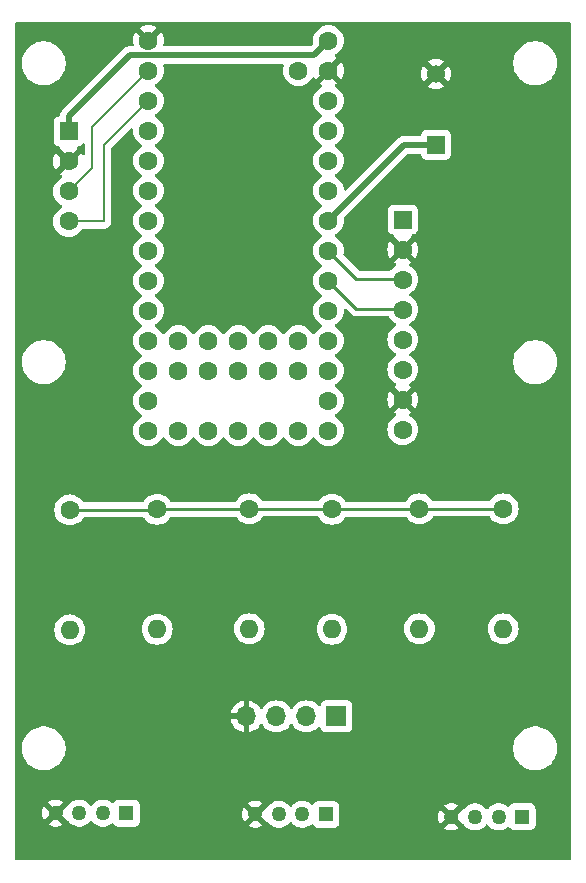
<source format=gtl>
G04 #@! TF.GenerationSoftware,KiCad,Pcbnew,8.0.5*
G04 #@! TF.CreationDate,2024-11-18T01:09:08-08:00*
G04 #@! TF.ProjectId,PCB,5043422e-6b69-4636-9164-5f7063625858,rev?*
G04 #@! TF.SameCoordinates,Original*
G04 #@! TF.FileFunction,Copper,L1,Top*
G04 #@! TF.FilePolarity,Positive*
%FSLAX46Y46*%
G04 Gerber Fmt 4.6, Leading zero omitted, Abs format (unit mm)*
G04 Created by KiCad (PCBNEW 8.0.5) date 2024-11-18 01:09:08*
%MOMM*%
%LPD*%
G01*
G04 APERTURE LIST*
G04 #@! TA.AperFunction,ComponentPad*
%ADD10C,1.600000*%
G04 #@! TD*
G04 #@! TA.AperFunction,ComponentPad*
%ADD11O,1.600000X1.600000*%
G04 #@! TD*
G04 #@! TA.AperFunction,ComponentPad*
%ADD12R,1.524000X1.524000*%
G04 #@! TD*
G04 #@! TA.AperFunction,ComponentPad*
%ADD13C,1.524000*%
G04 #@! TD*
G04 #@! TA.AperFunction,ComponentPad*
%ADD14R,1.270000X1.270000*%
G04 #@! TD*
G04 #@! TA.AperFunction,ComponentPad*
%ADD15C,1.270000*%
G04 #@! TD*
G04 #@! TA.AperFunction,ComponentPad*
%ADD16R,1.700000X1.700000*%
G04 #@! TD*
G04 #@! TA.AperFunction,ComponentPad*
%ADD17O,1.700000X1.700000*%
G04 #@! TD*
G04 #@! TA.AperFunction,ViaPad*
%ADD18C,0.600000*%
G04 #@! TD*
G04 #@! TA.AperFunction,Conductor*
%ADD19C,0.508000*%
G04 #@! TD*
G04 #@! TA.AperFunction,Conductor*
%ADD20C,0.200000*%
G04 #@! TD*
G04 #@! TA.AperFunction,Conductor*
%ADD21C,0.254000*%
G04 #@! TD*
G04 APERTURE END LIST*
D10*
X84380000Y-95100000D03*
X86920000Y-95100000D03*
X89460000Y-95100000D03*
X92000000Y-95100000D03*
X81840000Y-95100000D03*
X79300000Y-95100000D03*
X76760000Y-95100000D03*
X92000000Y-92560000D03*
X92000000Y-90020000D03*
X92000000Y-87480000D03*
X92000000Y-84940000D03*
X92000000Y-82400000D03*
X92000000Y-79860000D03*
X92000000Y-77320000D03*
X92000000Y-74780000D03*
X92000000Y-72240000D03*
X92000000Y-69700000D03*
X92000000Y-67160000D03*
X92000000Y-64620000D03*
X92000000Y-62080000D03*
X89460000Y-64620000D03*
X76760000Y-92560000D03*
X76760000Y-90020000D03*
X76760000Y-87480000D03*
X76760000Y-84940000D03*
X76760000Y-82400000D03*
X76760000Y-79860000D03*
X76760000Y-77320000D03*
X76760000Y-74780000D03*
X76760000Y-72240000D03*
X76760000Y-69700000D03*
X76760000Y-67160000D03*
X76760000Y-64620000D03*
X76760000Y-62080000D03*
X89460000Y-90020000D03*
X89460000Y-87480000D03*
X86920000Y-90020000D03*
X86920000Y-87480000D03*
X84380000Y-90020000D03*
X84380000Y-87480000D03*
X81840000Y-90020000D03*
X81840000Y-87480000D03*
X79300000Y-90020000D03*
X79300000Y-87480000D03*
X92300000Y-101760000D03*
D11*
X92300000Y-111920000D03*
D12*
X101100000Y-70900000D03*
D13*
X101100000Y-64900000D03*
D10*
X70000000Y-77400000D03*
X70000000Y-74860000D03*
X70000000Y-72320000D03*
D12*
X70000000Y-69780000D03*
D10*
X99700000Y-101720000D03*
D11*
X99700000Y-111880000D03*
D14*
X74899740Y-127499880D03*
D15*
X72898220Y-127500000D03*
X70901780Y-127500000D03*
X68900260Y-127500000D03*
D10*
X106800000Y-101720000D03*
D11*
X106800000Y-111880000D03*
D16*
X92680000Y-119300000D03*
D17*
X90140000Y-119300000D03*
X87600000Y-119300000D03*
X85060000Y-119300000D03*
D10*
X85300000Y-101720000D03*
D11*
X85300000Y-111880000D03*
D12*
X98289940Y-77239075D03*
D10*
X98289940Y-79779075D03*
X98289940Y-82319075D03*
X98289940Y-84859075D03*
X98289940Y-87399075D03*
X98289940Y-89939075D03*
X98289940Y-92479075D03*
X98289940Y-95019075D03*
X70100000Y-101820000D03*
D11*
X70100000Y-111980000D03*
D14*
X91800000Y-127600000D03*
D15*
X89798480Y-127600120D03*
X87802040Y-127600120D03*
X85800520Y-127600120D03*
D14*
X108399740Y-127799880D03*
D15*
X106398220Y-127800000D03*
X104401780Y-127800000D03*
X102400260Y-127800000D03*
D10*
X77500000Y-101760000D03*
D11*
X77500000Y-111920000D03*
D18*
X100800000Y-117800000D03*
X76100000Y-98200000D03*
X72100000Y-62600000D03*
X104700000Y-70600000D03*
X74400000Y-72900000D03*
X84100000Y-61500000D03*
X72700000Y-113900000D03*
X92700000Y-115900000D03*
X91900000Y-97900000D03*
X89100000Y-111800000D03*
X81700000Y-82000000D03*
X86800000Y-75900000D03*
X81700000Y-70100000D03*
X96600000Y-63700000D03*
X111100000Y-73700000D03*
X104600000Y-78800000D03*
X109900000Y-83700000D03*
X99000000Y-97800000D03*
X103400000Y-91800000D03*
X103100000Y-99800000D03*
X102900000Y-109400000D03*
X111000000Y-102200000D03*
X108800000Y-117800000D03*
X96600000Y-113400000D03*
X98500000Y-123400000D03*
X95500000Y-129000000D03*
X81100000Y-125700000D03*
X81600000Y-102700000D03*
X81900000Y-110600000D03*
X77600000Y-118300000D03*
X67800000Y-117900000D03*
X86700000Y-98100000D03*
X73800000Y-106600000D03*
X73000000Y-94800000D03*
X67000000Y-99700000D03*
X68000000Y-82000000D03*
X73900000Y-85600000D03*
D19*
X90780000Y-63300000D02*
X92000000Y-62080000D01*
X75210000Y-63300000D02*
X90780000Y-63300000D01*
X70000000Y-68510000D02*
X75210000Y-63300000D01*
X70000000Y-69780000D02*
X70000000Y-68510000D01*
X101100000Y-70900000D02*
X98420000Y-70900000D01*
X98420000Y-70900000D02*
X92000000Y-77320000D01*
D20*
X73000000Y-77400000D02*
X70000000Y-77400000D01*
X73000000Y-70920000D02*
X73000000Y-77400000D01*
X76760000Y-67160000D02*
X73000000Y-70920000D01*
X72000000Y-69380000D02*
X76760000Y-64620000D01*
X72000000Y-72900000D02*
X72000000Y-69380000D01*
X71960000Y-72900000D02*
X72000000Y-72900000D01*
X70000000Y-74860000D02*
X71960000Y-72900000D01*
D21*
X77500000Y-101760000D02*
X85260000Y-101760000D01*
X77440000Y-101820000D02*
X77500000Y-101760000D01*
X70100000Y-101820000D02*
X77440000Y-101820000D01*
X99660000Y-101760000D02*
X99700000Y-101720000D01*
X99700000Y-101720000D02*
X106800000Y-101720000D01*
X92260000Y-101720000D02*
X92300000Y-101760000D01*
X85260000Y-101760000D02*
X85300000Y-101720000D01*
X92300000Y-101760000D02*
X99660000Y-101760000D01*
X85300000Y-101720000D02*
X92260000Y-101720000D01*
X94370000Y-84770000D02*
X92000000Y-82400000D01*
X98550000Y-84770000D02*
X94370000Y-84770000D01*
X98550000Y-82230000D02*
X94370000Y-82230000D01*
X94370000Y-82230000D02*
X92000000Y-79860000D01*
G04 #@! TA.AperFunction,Conductor*
G36*
X88170587Y-64074185D02*
G01*
X88216342Y-64126989D01*
X88226286Y-64196147D01*
X88223323Y-64210593D01*
X88174366Y-64393302D01*
X88174364Y-64393313D01*
X88154532Y-64619998D01*
X88154532Y-64620001D01*
X88174364Y-64846686D01*
X88174366Y-64846697D01*
X88233258Y-65066488D01*
X88233261Y-65066497D01*
X88329431Y-65272732D01*
X88329432Y-65272734D01*
X88459954Y-65459141D01*
X88620858Y-65620045D01*
X88620861Y-65620047D01*
X88807266Y-65750568D01*
X89013504Y-65846739D01*
X89233308Y-65905635D01*
X89395230Y-65919801D01*
X89459998Y-65925468D01*
X89460000Y-65925468D01*
X89460002Y-65925468D01*
X89516673Y-65920509D01*
X89686692Y-65905635D01*
X89906496Y-65846739D01*
X90112734Y-65750568D01*
X90299139Y-65620047D01*
X90460047Y-65459139D01*
X90590568Y-65272734D01*
X90617893Y-65214134D01*
X90664065Y-65161695D01*
X90731258Y-65142543D01*
X90798139Y-65162758D01*
X90842657Y-65214134D01*
X90869864Y-65272480D01*
X90920974Y-65345472D01*
X91476212Y-64790233D01*
X91487482Y-64832292D01*
X91559890Y-64957708D01*
X91662292Y-65060110D01*
X91787708Y-65132518D01*
X91829765Y-65143787D01*
X91274526Y-65699025D01*
X91347513Y-65750132D01*
X91347521Y-65750136D01*
X91405864Y-65777342D01*
X91458304Y-65823514D01*
X91477456Y-65890707D01*
X91457241Y-65957589D01*
X91405866Y-66002105D01*
X91347272Y-66029428D01*
X91347265Y-66029432D01*
X91160858Y-66159954D01*
X90999954Y-66320858D01*
X90869432Y-66507265D01*
X90869431Y-66507267D01*
X90773261Y-66713502D01*
X90773258Y-66713511D01*
X90714366Y-66933302D01*
X90714364Y-66933313D01*
X90694532Y-67159998D01*
X90694532Y-67160001D01*
X90714364Y-67386686D01*
X90714366Y-67386697D01*
X90773258Y-67606488D01*
X90773261Y-67606497D01*
X90869431Y-67812732D01*
X90869432Y-67812734D01*
X90999954Y-67999141D01*
X91160858Y-68160045D01*
X91160861Y-68160047D01*
X91347266Y-68290568D01*
X91405275Y-68317618D01*
X91457714Y-68363791D01*
X91476866Y-68430984D01*
X91456650Y-68497865D01*
X91405275Y-68542382D01*
X91347267Y-68569431D01*
X91347265Y-68569432D01*
X91160858Y-68699954D01*
X90999954Y-68860858D01*
X90869432Y-69047265D01*
X90869431Y-69047267D01*
X90773261Y-69253502D01*
X90773258Y-69253511D01*
X90714366Y-69473302D01*
X90714364Y-69473313D01*
X90694532Y-69699998D01*
X90694532Y-69700001D01*
X90714364Y-69926686D01*
X90714366Y-69926697D01*
X90773258Y-70146488D01*
X90773261Y-70146497D01*
X90869431Y-70352732D01*
X90869432Y-70352734D01*
X90999954Y-70539141D01*
X91160858Y-70700045D01*
X91160861Y-70700047D01*
X91347266Y-70830568D01*
X91405275Y-70857618D01*
X91457714Y-70903791D01*
X91476866Y-70970984D01*
X91456650Y-71037865D01*
X91405275Y-71082382D01*
X91347267Y-71109431D01*
X91347265Y-71109432D01*
X91160858Y-71239954D01*
X90999954Y-71400858D01*
X90869432Y-71587265D01*
X90869431Y-71587267D01*
X90773261Y-71793502D01*
X90773258Y-71793511D01*
X90714366Y-72013302D01*
X90714364Y-72013313D01*
X90694532Y-72239998D01*
X90694532Y-72240001D01*
X90714364Y-72466686D01*
X90714366Y-72466697D01*
X90773258Y-72686488D01*
X90773261Y-72686497D01*
X90869431Y-72892732D01*
X90869432Y-72892734D01*
X90999954Y-73079141D01*
X91160858Y-73240045D01*
X91160861Y-73240047D01*
X91347266Y-73370568D01*
X91405275Y-73397618D01*
X91457714Y-73443791D01*
X91476866Y-73510984D01*
X91456650Y-73577865D01*
X91405275Y-73622382D01*
X91347267Y-73649431D01*
X91347265Y-73649432D01*
X91160858Y-73779954D01*
X90999954Y-73940858D01*
X90869432Y-74127265D01*
X90869431Y-74127267D01*
X90773261Y-74333502D01*
X90773258Y-74333511D01*
X90714366Y-74553302D01*
X90714364Y-74553313D01*
X90694532Y-74779998D01*
X90694532Y-74780001D01*
X90714364Y-75006686D01*
X90714366Y-75006697D01*
X90773258Y-75226488D01*
X90773261Y-75226497D01*
X90869431Y-75432732D01*
X90869432Y-75432734D01*
X90999954Y-75619141D01*
X91160858Y-75780045D01*
X91160861Y-75780047D01*
X91347266Y-75910568D01*
X91405275Y-75937618D01*
X91457714Y-75983791D01*
X91476866Y-76050984D01*
X91456650Y-76117865D01*
X91405275Y-76162382D01*
X91347267Y-76189431D01*
X91347265Y-76189432D01*
X91160858Y-76319954D01*
X90999954Y-76480858D01*
X90869432Y-76667265D01*
X90869431Y-76667267D01*
X90773261Y-76873502D01*
X90773258Y-76873511D01*
X90714366Y-77093302D01*
X90714364Y-77093313D01*
X90694532Y-77319998D01*
X90694532Y-77320001D01*
X90714364Y-77546686D01*
X90714366Y-77546697D01*
X90773258Y-77766488D01*
X90773261Y-77766497D01*
X90869431Y-77972732D01*
X90869432Y-77972734D01*
X90999954Y-78159141D01*
X91160858Y-78320045D01*
X91160861Y-78320047D01*
X91347266Y-78450568D01*
X91405275Y-78477618D01*
X91457714Y-78523791D01*
X91476866Y-78590984D01*
X91456650Y-78657865D01*
X91405275Y-78702382D01*
X91347267Y-78729431D01*
X91347265Y-78729432D01*
X91160858Y-78859954D01*
X90999954Y-79020858D01*
X90869432Y-79207265D01*
X90869431Y-79207267D01*
X90773261Y-79413502D01*
X90773258Y-79413511D01*
X90714366Y-79633302D01*
X90714364Y-79633313D01*
X90694532Y-79859998D01*
X90694532Y-79860001D01*
X90714364Y-80086686D01*
X90714366Y-80086697D01*
X90773258Y-80306488D01*
X90773261Y-80306497D01*
X90869431Y-80512732D01*
X90869432Y-80512734D01*
X90999954Y-80699141D01*
X91160858Y-80860045D01*
X91160861Y-80860047D01*
X91347266Y-80990568D01*
X91405275Y-81017618D01*
X91457714Y-81063791D01*
X91476866Y-81130984D01*
X91456650Y-81197865D01*
X91405275Y-81242382D01*
X91347267Y-81269431D01*
X91347265Y-81269432D01*
X91160858Y-81399954D01*
X90999954Y-81560858D01*
X90869432Y-81747265D01*
X90869431Y-81747267D01*
X90773261Y-81953502D01*
X90773258Y-81953511D01*
X90714366Y-82173302D01*
X90714364Y-82173313D01*
X90694532Y-82399998D01*
X90694532Y-82400001D01*
X90714364Y-82626686D01*
X90714366Y-82626697D01*
X90773258Y-82846488D01*
X90773261Y-82846497D01*
X90869431Y-83052732D01*
X90869432Y-83052734D01*
X90999954Y-83239141D01*
X91160858Y-83400045D01*
X91160861Y-83400047D01*
X91347266Y-83530568D01*
X91405275Y-83557618D01*
X91457714Y-83603791D01*
X91476866Y-83670984D01*
X91456650Y-83737865D01*
X91405275Y-83782382D01*
X91347267Y-83809431D01*
X91347265Y-83809432D01*
X91160858Y-83939954D01*
X90999954Y-84100858D01*
X90869432Y-84287265D01*
X90869431Y-84287267D01*
X90773261Y-84493502D01*
X90773258Y-84493511D01*
X90714366Y-84713302D01*
X90714364Y-84713313D01*
X90694532Y-84939998D01*
X90694532Y-84940001D01*
X90714364Y-85166686D01*
X90714366Y-85166697D01*
X90773258Y-85386488D01*
X90773261Y-85386497D01*
X90869431Y-85592732D01*
X90869432Y-85592734D01*
X90999954Y-85779141D01*
X91160858Y-85940045D01*
X91160861Y-85940047D01*
X91347266Y-86070568D01*
X91405275Y-86097618D01*
X91457714Y-86143791D01*
X91476866Y-86210984D01*
X91456650Y-86277865D01*
X91405275Y-86322382D01*
X91347267Y-86349431D01*
X91347265Y-86349432D01*
X91160858Y-86479954D01*
X90999954Y-86640858D01*
X90869432Y-86827265D01*
X90869431Y-86827267D01*
X90842382Y-86885275D01*
X90796209Y-86937714D01*
X90729016Y-86956866D01*
X90662135Y-86936650D01*
X90617618Y-86885275D01*
X90590568Y-86827267D01*
X90590567Y-86827265D01*
X90533903Y-86746340D01*
X90460047Y-86640861D01*
X90460045Y-86640858D01*
X90299141Y-86479954D01*
X90112734Y-86349432D01*
X90112732Y-86349431D01*
X89906497Y-86253261D01*
X89906488Y-86253258D01*
X89686697Y-86194366D01*
X89686693Y-86194365D01*
X89686692Y-86194365D01*
X89686691Y-86194364D01*
X89686686Y-86194364D01*
X89460002Y-86174532D01*
X89459998Y-86174532D01*
X89233313Y-86194364D01*
X89233302Y-86194366D01*
X89013511Y-86253258D01*
X89013502Y-86253261D01*
X88807267Y-86349431D01*
X88807265Y-86349432D01*
X88620858Y-86479954D01*
X88459954Y-86640858D01*
X88329432Y-86827265D01*
X88329431Y-86827267D01*
X88302382Y-86885275D01*
X88256209Y-86937714D01*
X88189016Y-86956866D01*
X88122135Y-86936650D01*
X88077618Y-86885275D01*
X88050568Y-86827267D01*
X88050567Y-86827265D01*
X87993903Y-86746340D01*
X87920047Y-86640861D01*
X87920045Y-86640858D01*
X87759141Y-86479954D01*
X87572734Y-86349432D01*
X87572732Y-86349431D01*
X87366497Y-86253261D01*
X87366488Y-86253258D01*
X87146697Y-86194366D01*
X87146693Y-86194365D01*
X87146692Y-86194365D01*
X87146691Y-86194364D01*
X87146686Y-86194364D01*
X86920002Y-86174532D01*
X86919998Y-86174532D01*
X86693313Y-86194364D01*
X86693302Y-86194366D01*
X86473511Y-86253258D01*
X86473502Y-86253261D01*
X86267267Y-86349431D01*
X86267265Y-86349432D01*
X86080858Y-86479954D01*
X85919954Y-86640858D01*
X85789432Y-86827265D01*
X85789431Y-86827267D01*
X85762382Y-86885275D01*
X85716209Y-86937714D01*
X85649016Y-86956866D01*
X85582135Y-86936650D01*
X85537618Y-86885275D01*
X85510568Y-86827267D01*
X85510567Y-86827265D01*
X85453903Y-86746340D01*
X85380047Y-86640861D01*
X85380045Y-86640858D01*
X85219141Y-86479954D01*
X85032734Y-86349432D01*
X85032732Y-86349431D01*
X84826497Y-86253261D01*
X84826488Y-86253258D01*
X84606697Y-86194366D01*
X84606693Y-86194365D01*
X84606692Y-86194365D01*
X84606691Y-86194364D01*
X84606686Y-86194364D01*
X84380002Y-86174532D01*
X84379998Y-86174532D01*
X84153313Y-86194364D01*
X84153302Y-86194366D01*
X83933511Y-86253258D01*
X83933502Y-86253261D01*
X83727267Y-86349431D01*
X83727265Y-86349432D01*
X83540858Y-86479954D01*
X83379954Y-86640858D01*
X83249432Y-86827265D01*
X83249431Y-86827267D01*
X83222382Y-86885275D01*
X83176209Y-86937714D01*
X83109016Y-86956866D01*
X83042135Y-86936650D01*
X82997618Y-86885275D01*
X82970568Y-86827267D01*
X82970567Y-86827265D01*
X82913903Y-86746340D01*
X82840047Y-86640861D01*
X82840045Y-86640858D01*
X82679141Y-86479954D01*
X82492734Y-86349432D01*
X82492732Y-86349431D01*
X82286497Y-86253261D01*
X82286488Y-86253258D01*
X82066697Y-86194366D01*
X82066693Y-86194365D01*
X82066692Y-86194365D01*
X82066691Y-86194364D01*
X82066686Y-86194364D01*
X81840002Y-86174532D01*
X81839998Y-86174532D01*
X81613313Y-86194364D01*
X81613302Y-86194366D01*
X81393511Y-86253258D01*
X81393502Y-86253261D01*
X81187267Y-86349431D01*
X81187265Y-86349432D01*
X81000858Y-86479954D01*
X80839954Y-86640858D01*
X80709432Y-86827265D01*
X80709431Y-86827267D01*
X80682382Y-86885275D01*
X80636209Y-86937714D01*
X80569016Y-86956866D01*
X80502135Y-86936650D01*
X80457618Y-86885275D01*
X80430568Y-86827267D01*
X80430567Y-86827265D01*
X80373903Y-86746340D01*
X80300047Y-86640861D01*
X80300045Y-86640858D01*
X80139141Y-86479954D01*
X79952734Y-86349432D01*
X79952732Y-86349431D01*
X79746497Y-86253261D01*
X79746488Y-86253258D01*
X79526697Y-86194366D01*
X79526693Y-86194365D01*
X79526692Y-86194365D01*
X79526691Y-86194364D01*
X79526686Y-86194364D01*
X79300002Y-86174532D01*
X79299998Y-86174532D01*
X79073313Y-86194364D01*
X79073302Y-86194366D01*
X78853511Y-86253258D01*
X78853502Y-86253261D01*
X78647267Y-86349431D01*
X78647265Y-86349432D01*
X78460858Y-86479954D01*
X78299954Y-86640858D01*
X78169432Y-86827265D01*
X78169431Y-86827267D01*
X78142382Y-86885275D01*
X78096209Y-86937714D01*
X78029016Y-86956866D01*
X77962135Y-86936650D01*
X77917618Y-86885275D01*
X77890568Y-86827267D01*
X77890567Y-86827265D01*
X77833903Y-86746340D01*
X77760047Y-86640861D01*
X77760045Y-86640858D01*
X77599141Y-86479954D01*
X77412734Y-86349432D01*
X77412728Y-86349429D01*
X77354725Y-86322382D01*
X77302285Y-86276210D01*
X77283133Y-86209017D01*
X77303348Y-86142135D01*
X77354725Y-86097618D01*
X77412734Y-86070568D01*
X77599139Y-85940047D01*
X77760047Y-85779139D01*
X77890568Y-85592734D01*
X77986739Y-85386496D01*
X78045635Y-85166692D01*
X78065468Y-84940000D01*
X78045635Y-84713308D01*
X77986739Y-84493504D01*
X77890568Y-84287266D01*
X77760047Y-84100861D01*
X77760045Y-84100858D01*
X77599141Y-83939954D01*
X77412734Y-83809432D01*
X77412728Y-83809429D01*
X77354725Y-83782382D01*
X77302285Y-83736210D01*
X77283133Y-83669017D01*
X77303348Y-83602135D01*
X77354725Y-83557618D01*
X77412734Y-83530568D01*
X77599139Y-83400047D01*
X77760047Y-83239139D01*
X77890568Y-83052734D01*
X77986739Y-82846496D01*
X78045635Y-82626692D01*
X78065468Y-82400000D01*
X78045635Y-82173308D01*
X77986739Y-81953504D01*
X77890568Y-81747266D01*
X77760047Y-81560861D01*
X77760045Y-81560858D01*
X77599141Y-81399954D01*
X77412734Y-81269432D01*
X77412728Y-81269429D01*
X77354725Y-81242382D01*
X77302285Y-81196210D01*
X77283133Y-81129017D01*
X77303348Y-81062135D01*
X77354725Y-81017618D01*
X77412734Y-80990568D01*
X77599139Y-80860047D01*
X77760047Y-80699139D01*
X77890568Y-80512734D01*
X77986739Y-80306496D01*
X78045635Y-80086692D01*
X78065468Y-79860000D01*
X78045635Y-79633308D01*
X77986739Y-79413504D01*
X77890568Y-79207266D01*
X77760047Y-79020861D01*
X77760045Y-79020858D01*
X77599141Y-78859954D01*
X77412734Y-78729432D01*
X77412728Y-78729429D01*
X77354725Y-78702382D01*
X77302285Y-78656210D01*
X77283133Y-78589017D01*
X77303348Y-78522135D01*
X77354725Y-78477618D01*
X77412734Y-78450568D01*
X77599139Y-78320047D01*
X77760047Y-78159139D01*
X77890568Y-77972734D01*
X77986739Y-77766496D01*
X78045635Y-77546692D01*
X78065468Y-77320000D01*
X78045635Y-77093308D01*
X77986739Y-76873504D01*
X77890568Y-76667266D01*
X77760047Y-76480861D01*
X77760045Y-76480858D01*
X77599141Y-76319954D01*
X77412734Y-76189432D01*
X77412728Y-76189429D01*
X77354725Y-76162382D01*
X77302285Y-76116210D01*
X77283133Y-76049017D01*
X77303348Y-75982135D01*
X77354725Y-75937618D01*
X77412734Y-75910568D01*
X77599139Y-75780047D01*
X77760047Y-75619139D01*
X77890568Y-75432734D01*
X77986739Y-75226496D01*
X78045635Y-75006692D01*
X78065468Y-74780000D01*
X78045635Y-74553308D01*
X77986739Y-74333504D01*
X77890568Y-74127266D01*
X77760047Y-73940861D01*
X77760045Y-73940858D01*
X77599141Y-73779954D01*
X77412734Y-73649432D01*
X77412728Y-73649429D01*
X77354725Y-73622382D01*
X77302285Y-73576210D01*
X77283133Y-73509017D01*
X77303348Y-73442135D01*
X77354725Y-73397618D01*
X77412734Y-73370568D01*
X77599139Y-73240047D01*
X77760047Y-73079139D01*
X77890568Y-72892734D01*
X77986739Y-72686496D01*
X78045635Y-72466692D01*
X78065468Y-72240000D01*
X78045635Y-72013308D01*
X77986739Y-71793504D01*
X77890568Y-71587266D01*
X77760047Y-71400861D01*
X77760045Y-71400858D01*
X77599141Y-71239954D01*
X77412734Y-71109432D01*
X77412728Y-71109429D01*
X77354725Y-71082382D01*
X77302285Y-71036210D01*
X77283133Y-70969017D01*
X77303348Y-70902135D01*
X77354725Y-70857618D01*
X77412734Y-70830568D01*
X77599139Y-70700047D01*
X77760047Y-70539139D01*
X77890568Y-70352734D01*
X77986739Y-70146496D01*
X78045635Y-69926692D01*
X78065468Y-69700000D01*
X78045635Y-69473308D01*
X77986739Y-69253504D01*
X77890568Y-69047266D01*
X77760047Y-68860861D01*
X77760045Y-68860858D01*
X77599141Y-68699954D01*
X77412734Y-68569432D01*
X77412728Y-68569429D01*
X77354725Y-68542382D01*
X77302285Y-68496210D01*
X77283133Y-68429017D01*
X77303348Y-68362135D01*
X77354725Y-68317618D01*
X77412734Y-68290568D01*
X77599139Y-68160047D01*
X77760047Y-67999139D01*
X77890568Y-67812734D01*
X77986739Y-67606496D01*
X78045635Y-67386692D01*
X78065468Y-67160000D01*
X78045635Y-66933308D01*
X77986739Y-66713504D01*
X77890568Y-66507266D01*
X77760047Y-66320861D01*
X77760045Y-66320858D01*
X77599141Y-66159954D01*
X77412734Y-66029432D01*
X77412728Y-66029429D01*
X77354725Y-66002382D01*
X77302285Y-65956210D01*
X77283133Y-65889017D01*
X77303348Y-65822135D01*
X77354725Y-65777618D01*
X77355319Y-65777341D01*
X77412734Y-65750568D01*
X77599139Y-65620047D01*
X77760047Y-65459139D01*
X77890568Y-65272734D01*
X77986739Y-65066496D01*
X78045635Y-64846692D01*
X78065468Y-64620000D01*
X78061961Y-64579920D01*
X78054969Y-64500000D01*
X78045635Y-64393308D01*
X77996677Y-64210593D01*
X77998340Y-64140743D01*
X78037503Y-64082881D01*
X78101731Y-64055377D01*
X78116452Y-64054500D01*
X88103548Y-64054500D01*
X88170587Y-64074185D01*
G37*
G04 #@! TD.AperFunction*
G04 #@! TA.AperFunction,Conductor*
G36*
X71363182Y-70810451D02*
G01*
X71396666Y-70871775D01*
X71399500Y-70898132D01*
X71399500Y-71685846D01*
X71379815Y-71752885D01*
X71327011Y-71798640D01*
X71257853Y-71808584D01*
X71194297Y-71779559D01*
X71163118Y-71738251D01*
X71130134Y-71667517D01*
X71130132Y-71667513D01*
X71079025Y-71594526D01*
X70523787Y-72149764D01*
X70512518Y-72107708D01*
X70440110Y-71982292D01*
X70337708Y-71879890D01*
X70212292Y-71807482D01*
X70170234Y-71796212D01*
X70725472Y-71240974D01*
X70723513Y-71218580D01*
X70718050Y-71211745D01*
X70710858Y-71142246D01*
X70742381Y-71079892D01*
X70802612Y-71044480D01*
X70819544Y-71041459D01*
X70869483Y-71036091D01*
X71004331Y-70985796D01*
X71119546Y-70899546D01*
X71176234Y-70823819D01*
X71232167Y-70781950D01*
X71301859Y-70776966D01*
X71363182Y-70810451D01*
G37*
G04 #@! TD.AperFunction*
G04 #@! TA.AperFunction,Conductor*
G36*
X112442539Y-60520185D02*
G01*
X112488294Y-60572989D01*
X112499500Y-60624500D01*
X112499500Y-131375500D01*
X112479815Y-131442539D01*
X112427011Y-131488294D01*
X112375500Y-131499500D01*
X65624500Y-131499500D01*
X65557461Y-131479815D01*
X65511706Y-131427011D01*
X65500500Y-131375500D01*
X65500500Y-127499999D01*
X67760398Y-127499999D01*
X67760398Y-127500000D01*
X67779805Y-127709444D01*
X67837371Y-127911769D01*
X67931131Y-128100062D01*
X67937805Y-128108899D01*
X68501480Y-127545226D01*
X68501480Y-127552500D01*
X68528656Y-127653923D01*
X68581157Y-127744857D01*
X68655403Y-127819103D01*
X68746337Y-127871604D01*
X68847760Y-127898780D01*
X68855033Y-127898780D01*
X68294147Y-128459663D01*
X68392178Y-128520362D01*
X68392180Y-128520363D01*
X68588323Y-128596348D01*
X68795089Y-128635000D01*
X69005431Y-128635000D01*
X69212195Y-128596348D01*
X69212196Y-128596348D01*
X69408339Y-128520363D01*
X69408340Y-128520362D01*
X69506370Y-128459664D01*
X69506371Y-128459663D01*
X68945488Y-127898780D01*
X68952760Y-127898780D01*
X69054183Y-127871604D01*
X69145117Y-127819103D01*
X69219363Y-127744857D01*
X69271864Y-127653923D01*
X69299040Y-127552500D01*
X69299040Y-127545227D01*
X69862712Y-128108899D01*
X69867876Y-128108541D01*
X69936117Y-128123539D01*
X69975411Y-128157517D01*
X70007829Y-128200445D01*
X70039483Y-128242362D01*
X70059041Y-128268260D01*
X70075061Y-128282864D01*
X70203621Y-128400062D01*
X70214556Y-128410030D01*
X70214558Y-128410032D01*
X70393472Y-128520811D01*
X70393478Y-128520814D01*
X70435048Y-128536918D01*
X70589704Y-128596832D01*
X70796560Y-128635500D01*
X70796562Y-128635500D01*
X71006998Y-128635500D01*
X71007000Y-128635500D01*
X71213856Y-128596832D01*
X71410084Y-128520813D01*
X71589003Y-128410031D01*
X71728499Y-128282864D01*
X71744518Y-128268261D01*
X71760424Y-128247199D01*
X71801046Y-128193405D01*
X71857155Y-128151770D01*
X71926867Y-128147079D01*
X71988049Y-128180821D01*
X71998950Y-128193402D01*
X72010474Y-128208661D01*
X72055481Y-128268261D01*
X72210996Y-128410030D01*
X72210998Y-128410032D01*
X72389912Y-128520811D01*
X72389918Y-128520814D01*
X72431488Y-128536918D01*
X72586144Y-128596832D01*
X72793000Y-128635500D01*
X72793002Y-128635500D01*
X73003438Y-128635500D01*
X73003440Y-128635500D01*
X73210296Y-128596832D01*
X73406524Y-128520813D01*
X73585443Y-128410031D01*
X73639078Y-128361135D01*
X73701878Y-128330520D01*
X73771265Y-128338717D01*
X73821880Y-128378462D01*
X73855625Y-128423539D01*
X73898506Y-128480821D01*
X73907195Y-128492427D01*
X74022404Y-128578673D01*
X74022411Y-128578677D01*
X74157257Y-128628971D01*
X74157256Y-128628971D01*
X74164184Y-128629715D01*
X74216867Y-128635380D01*
X75582612Y-128635379D01*
X75642223Y-128628971D01*
X75777071Y-128578676D01*
X75892286Y-128492426D01*
X75978536Y-128377211D01*
X76028831Y-128242363D01*
X76035240Y-128182753D01*
X76035240Y-127600119D01*
X84660658Y-127600119D01*
X84660658Y-127600120D01*
X84680065Y-127809564D01*
X84737631Y-128011889D01*
X84831391Y-128200182D01*
X84838065Y-128209019D01*
X85401740Y-127645346D01*
X85401740Y-127652620D01*
X85428916Y-127754043D01*
X85481417Y-127844977D01*
X85555663Y-127919223D01*
X85646597Y-127971724D01*
X85748020Y-127998900D01*
X85755293Y-127998900D01*
X85194407Y-128559783D01*
X85292438Y-128620482D01*
X85292440Y-128620483D01*
X85488583Y-128696468D01*
X85695349Y-128735120D01*
X85905691Y-128735120D01*
X86112455Y-128696468D01*
X86112456Y-128696468D01*
X86308599Y-128620483D01*
X86308600Y-128620482D01*
X86406630Y-128559784D01*
X86406631Y-128559783D01*
X85845748Y-127998900D01*
X85853020Y-127998900D01*
X85954443Y-127971724D01*
X86045377Y-127919223D01*
X86119623Y-127844977D01*
X86172124Y-127754043D01*
X86199300Y-127652620D01*
X86199300Y-127645347D01*
X86762972Y-128209019D01*
X86768136Y-128208661D01*
X86836377Y-128223659D01*
X86875671Y-128257637D01*
X86929308Y-128328663D01*
X86939743Y-128342482D01*
X86959301Y-128368380D01*
X87114816Y-128510150D01*
X87114818Y-128510152D01*
X87293732Y-128620931D01*
X87293738Y-128620934D01*
X87318483Y-128630520D01*
X87489964Y-128696952D01*
X87696820Y-128735620D01*
X87696822Y-128735620D01*
X87907258Y-128735620D01*
X87907260Y-128735620D01*
X88114116Y-128696952D01*
X88310344Y-128620933D01*
X88489263Y-128510151D01*
X88621417Y-128389676D01*
X88644778Y-128368381D01*
X88664336Y-128342483D01*
X88701306Y-128293525D01*
X88757415Y-128251890D01*
X88827127Y-128247199D01*
X88888309Y-128280941D01*
X88899214Y-128293526D01*
X88955741Y-128368381D01*
X89111256Y-128510150D01*
X89111258Y-128510152D01*
X89290172Y-128620931D01*
X89290178Y-128620934D01*
X89314923Y-128630520D01*
X89486404Y-128696952D01*
X89693260Y-128735620D01*
X89693262Y-128735620D01*
X89903698Y-128735620D01*
X89903700Y-128735620D01*
X90110556Y-128696952D01*
X90306784Y-128620933D01*
X90485703Y-128510151D01*
X90539338Y-128461255D01*
X90602138Y-128430640D01*
X90671525Y-128438837D01*
X90722140Y-128478582D01*
X90753755Y-128520814D01*
X90789273Y-128568260D01*
X90807455Y-128592547D01*
X90922664Y-128678793D01*
X90922671Y-128678797D01*
X91057517Y-128729091D01*
X91057516Y-128729091D01*
X91064444Y-128729835D01*
X91117127Y-128735500D01*
X92482872Y-128735499D01*
X92542483Y-128729091D01*
X92677331Y-128678796D01*
X92792546Y-128592546D01*
X92878796Y-128477331D01*
X92929091Y-128342483D01*
X92935500Y-128282873D01*
X92935500Y-127799999D01*
X101260398Y-127799999D01*
X101260398Y-127800000D01*
X101279805Y-128009444D01*
X101337371Y-128211769D01*
X101431131Y-128400062D01*
X101437805Y-128408899D01*
X102001480Y-127845226D01*
X102001480Y-127852500D01*
X102028656Y-127953923D01*
X102081157Y-128044857D01*
X102155403Y-128119103D01*
X102246337Y-128171604D01*
X102347760Y-128198780D01*
X102355033Y-128198780D01*
X101794147Y-128759663D01*
X101892178Y-128820362D01*
X101892180Y-128820363D01*
X102088323Y-128896348D01*
X102295089Y-128935000D01*
X102505431Y-128935000D01*
X102712195Y-128896348D01*
X102712196Y-128896348D01*
X102908339Y-128820363D01*
X102908340Y-128820362D01*
X103006370Y-128759664D01*
X103006371Y-128759663D01*
X102445488Y-128198780D01*
X102452760Y-128198780D01*
X102554183Y-128171604D01*
X102645117Y-128119103D01*
X102719363Y-128044857D01*
X102771864Y-127953923D01*
X102799040Y-127852500D01*
X102799040Y-127845227D01*
X103362712Y-128408899D01*
X103367876Y-128408541D01*
X103436117Y-128423539D01*
X103475411Y-128457517D01*
X103515160Y-128510153D01*
X103539483Y-128542362D01*
X103559041Y-128568260D01*
X103714556Y-128710030D01*
X103714558Y-128710032D01*
X103893472Y-128820811D01*
X103893478Y-128820814D01*
X103935048Y-128836918D01*
X104089704Y-128896832D01*
X104296560Y-128935500D01*
X104296562Y-128935500D01*
X104506998Y-128935500D01*
X104507000Y-128935500D01*
X104713856Y-128896832D01*
X104910084Y-128820813D01*
X105089003Y-128710031D01*
X105244520Y-128568259D01*
X105301046Y-128493405D01*
X105357155Y-128451770D01*
X105426867Y-128447079D01*
X105488049Y-128480821D01*
X105498950Y-128493402D01*
X105519310Y-128520362D01*
X105555481Y-128568261D01*
X105710996Y-128710030D01*
X105710998Y-128710032D01*
X105889912Y-128820811D01*
X105889918Y-128820814D01*
X105931488Y-128836918D01*
X106086144Y-128896832D01*
X106293000Y-128935500D01*
X106293002Y-128935500D01*
X106503438Y-128935500D01*
X106503440Y-128935500D01*
X106710296Y-128896832D01*
X106906524Y-128820813D01*
X107085443Y-128710031D01*
X107139078Y-128661135D01*
X107201878Y-128630520D01*
X107271265Y-128638717D01*
X107321880Y-128678462D01*
X107407195Y-128792427D01*
X107522404Y-128878673D01*
X107522411Y-128878677D01*
X107657257Y-128928971D01*
X107657256Y-128928971D01*
X107664184Y-128929715D01*
X107716867Y-128935380D01*
X109082612Y-128935379D01*
X109142223Y-128928971D01*
X109277071Y-128878676D01*
X109392286Y-128792426D01*
X109478536Y-128677211D01*
X109528831Y-128542363D01*
X109535240Y-128482753D01*
X109535239Y-127117008D01*
X109528831Y-127057397D01*
X109519261Y-127031739D01*
X109478537Y-126922551D01*
X109478533Y-126922544D01*
X109392287Y-126807335D01*
X109392284Y-126807332D01*
X109277075Y-126721086D01*
X109277068Y-126721082D01*
X109142222Y-126670788D01*
X109142223Y-126670788D01*
X109082623Y-126664381D01*
X109082621Y-126664380D01*
X109082613Y-126664380D01*
X109082604Y-126664380D01*
X107716869Y-126664380D01*
X107716863Y-126664381D01*
X107657256Y-126670788D01*
X107522411Y-126721082D01*
X107522404Y-126721086D01*
X107407195Y-126807332D01*
X107321774Y-126921439D01*
X107265840Y-126963309D01*
X107196148Y-126968293D01*
X107138971Y-126938765D01*
X107085443Y-126889969D01*
X107085441Y-126889967D01*
X106906527Y-126779188D01*
X106906521Y-126779185D01*
X106751868Y-126719273D01*
X106710296Y-126703168D01*
X106503440Y-126664500D01*
X106293000Y-126664500D01*
X106086144Y-126703168D01*
X106086141Y-126703168D01*
X106086141Y-126703169D01*
X105889918Y-126779185D01*
X105889912Y-126779188D01*
X105710998Y-126889967D01*
X105710996Y-126889969D01*
X105555481Y-127031739D01*
X105498954Y-127106593D01*
X105442845Y-127148229D01*
X105373133Y-127152920D01*
X105311951Y-127119178D01*
X105301046Y-127106593D01*
X105272923Y-127069353D01*
X105244520Y-127031741D01*
X105209766Y-127000059D01*
X105089003Y-126889969D01*
X105089001Y-126889967D01*
X104910087Y-126779188D01*
X104910081Y-126779185D01*
X104755428Y-126719273D01*
X104713856Y-126703168D01*
X104507000Y-126664500D01*
X104296560Y-126664500D01*
X104089704Y-126703168D01*
X104089701Y-126703168D01*
X104089701Y-126703169D01*
X103893478Y-126779185D01*
X103893472Y-126779188D01*
X103714558Y-126889967D01*
X103714556Y-126889969D01*
X103559041Y-127031739D01*
X103475412Y-127142481D01*
X103419302Y-127184117D01*
X103367875Y-127191457D01*
X103362712Y-127191098D01*
X102799040Y-127754771D01*
X102799040Y-127747500D01*
X102771864Y-127646077D01*
X102719363Y-127555143D01*
X102645117Y-127480897D01*
X102554183Y-127428396D01*
X102452760Y-127401220D01*
X102445488Y-127401220D01*
X103006371Y-126840335D01*
X103006370Y-126840334D01*
X102908343Y-126779638D01*
X102908337Y-126779636D01*
X102712196Y-126703651D01*
X102505431Y-126665000D01*
X102295089Y-126665000D01*
X102088324Y-126703651D01*
X102088323Y-126703651D01*
X101892183Y-126779635D01*
X101794147Y-126840335D01*
X102355033Y-127401220D01*
X102347760Y-127401220D01*
X102246337Y-127428396D01*
X102155403Y-127480897D01*
X102081157Y-127555143D01*
X102028656Y-127646077D01*
X102001480Y-127747500D01*
X102001480Y-127754773D01*
X101437806Y-127191099D01*
X101437805Y-127191099D01*
X101431130Y-127199939D01*
X101337371Y-127388230D01*
X101279805Y-127590555D01*
X101260398Y-127799999D01*
X92935500Y-127799999D01*
X92935499Y-126917128D01*
X92929091Y-126857517D01*
X92927376Y-126852920D01*
X92878797Y-126722671D01*
X92878793Y-126722664D01*
X92792547Y-126607455D01*
X92792544Y-126607452D01*
X92677335Y-126521206D01*
X92677328Y-126521202D01*
X92542482Y-126470908D01*
X92542483Y-126470908D01*
X92482883Y-126464501D01*
X92482881Y-126464500D01*
X92482873Y-126464500D01*
X92482864Y-126464500D01*
X91117129Y-126464500D01*
X91117123Y-126464501D01*
X91057516Y-126470908D01*
X90922671Y-126521202D01*
X90922664Y-126521206D01*
X90807455Y-126607452D01*
X90722034Y-126721559D01*
X90666100Y-126763429D01*
X90596408Y-126768413D01*
X90539231Y-126738885D01*
X90485703Y-126690089D01*
X90485701Y-126690087D01*
X90306787Y-126579308D01*
X90306781Y-126579305D01*
X90152128Y-126519393D01*
X90110556Y-126503288D01*
X89903700Y-126464620D01*
X89693260Y-126464620D01*
X89486404Y-126503288D01*
X89486401Y-126503288D01*
X89486401Y-126503289D01*
X89290178Y-126579305D01*
X89290172Y-126579308D01*
X89111258Y-126690087D01*
X89111256Y-126690089D01*
X88955741Y-126831859D01*
X88899214Y-126906713D01*
X88843105Y-126948349D01*
X88773393Y-126953040D01*
X88712211Y-126919298D01*
X88701306Y-126906713D01*
X88673183Y-126869473D01*
X88644780Y-126831861D01*
X88630867Y-126819178D01*
X88489263Y-126690089D01*
X88489261Y-126690087D01*
X88310347Y-126579308D01*
X88310341Y-126579305D01*
X88155688Y-126519393D01*
X88114116Y-126503288D01*
X87907260Y-126464620D01*
X87696820Y-126464620D01*
X87489964Y-126503288D01*
X87489961Y-126503288D01*
X87489961Y-126503289D01*
X87293738Y-126579305D01*
X87293732Y-126579308D01*
X87114818Y-126690087D01*
X87114816Y-126690089D01*
X86959301Y-126831859D01*
X86875672Y-126942601D01*
X86819562Y-126984237D01*
X86768135Y-126991577D01*
X86762972Y-126991218D01*
X86199300Y-127554891D01*
X86199300Y-127547620D01*
X86172124Y-127446197D01*
X86119623Y-127355263D01*
X86045377Y-127281017D01*
X85954443Y-127228516D01*
X85853020Y-127201340D01*
X85845748Y-127201340D01*
X86406631Y-126640455D01*
X86406630Y-126640454D01*
X86308603Y-126579758D01*
X86308597Y-126579756D01*
X86112456Y-126503771D01*
X85905691Y-126465120D01*
X85695349Y-126465120D01*
X85488584Y-126503771D01*
X85488583Y-126503771D01*
X85292443Y-126579755D01*
X85194407Y-126640455D01*
X85755293Y-127201340D01*
X85748020Y-127201340D01*
X85646597Y-127228516D01*
X85555663Y-127281017D01*
X85481417Y-127355263D01*
X85428916Y-127446197D01*
X85401740Y-127547620D01*
X85401740Y-127554893D01*
X84838066Y-126991219D01*
X84838065Y-126991219D01*
X84831390Y-127000059D01*
X84737631Y-127188350D01*
X84680065Y-127390675D01*
X84660658Y-127600119D01*
X76035240Y-127600119D01*
X76035239Y-126817008D01*
X76028831Y-126757397D01*
X76021926Y-126738885D01*
X75978537Y-126622551D01*
X75978533Y-126622544D01*
X75892287Y-126507335D01*
X75892284Y-126507332D01*
X75777075Y-126421086D01*
X75777068Y-126421082D01*
X75642222Y-126370788D01*
X75642223Y-126370788D01*
X75582623Y-126364381D01*
X75582621Y-126364380D01*
X75582613Y-126364380D01*
X75582604Y-126364380D01*
X74216869Y-126364380D01*
X74216863Y-126364381D01*
X74157256Y-126370788D01*
X74022411Y-126421082D01*
X74022404Y-126421086D01*
X73907195Y-126507332D01*
X73821774Y-126621439D01*
X73765840Y-126663309D01*
X73696148Y-126668293D01*
X73638971Y-126638765D01*
X73585443Y-126589969D01*
X73585441Y-126589967D01*
X73406527Y-126479188D01*
X73406521Y-126479185D01*
X73251868Y-126419273D01*
X73210296Y-126403168D01*
X73003440Y-126364500D01*
X72793000Y-126364500D01*
X72586144Y-126403168D01*
X72586141Y-126403168D01*
X72586141Y-126403169D01*
X72389918Y-126479185D01*
X72389912Y-126479188D01*
X72210998Y-126589967D01*
X72210996Y-126589969D01*
X72055481Y-126731739D01*
X71998954Y-126806593D01*
X71942845Y-126848229D01*
X71873133Y-126852920D01*
X71811951Y-126819178D01*
X71801046Y-126806593D01*
X71768450Y-126763429D01*
X71744520Y-126731741D01*
X71734568Y-126722669D01*
X71589003Y-126589969D01*
X71589001Y-126589967D01*
X71410087Y-126479188D01*
X71410081Y-126479185D01*
X71255428Y-126419273D01*
X71213856Y-126403168D01*
X71007000Y-126364500D01*
X70796560Y-126364500D01*
X70589704Y-126403168D01*
X70589701Y-126403168D01*
X70589701Y-126403169D01*
X70393478Y-126479185D01*
X70393472Y-126479188D01*
X70214558Y-126589967D01*
X70214556Y-126589969D01*
X70059041Y-126731739D01*
X69975412Y-126842481D01*
X69919302Y-126884117D01*
X69867875Y-126891457D01*
X69862712Y-126891098D01*
X69299040Y-127454771D01*
X69299040Y-127447500D01*
X69271864Y-127346077D01*
X69219363Y-127255143D01*
X69145117Y-127180897D01*
X69054183Y-127128396D01*
X68952760Y-127101220D01*
X68945488Y-127101220D01*
X69506371Y-126540335D01*
X69506370Y-126540334D01*
X69408343Y-126479638D01*
X69408337Y-126479636D01*
X69212196Y-126403651D01*
X69005431Y-126365000D01*
X68795089Y-126365000D01*
X68588324Y-126403651D01*
X68588323Y-126403651D01*
X68392183Y-126479635D01*
X68294147Y-126540335D01*
X68855033Y-127101220D01*
X68847760Y-127101220D01*
X68746337Y-127128396D01*
X68655403Y-127180897D01*
X68581157Y-127255143D01*
X68528656Y-127346077D01*
X68501480Y-127447500D01*
X68501480Y-127454773D01*
X67937806Y-126891099D01*
X67937805Y-126891099D01*
X67931130Y-126899939D01*
X67837371Y-127088230D01*
X67779805Y-127290555D01*
X67760398Y-127499999D01*
X65500500Y-127499999D01*
X65500500Y-121878711D01*
X66049500Y-121878711D01*
X66049500Y-122121288D01*
X66081161Y-122361785D01*
X66143947Y-122596104D01*
X66236773Y-122820205D01*
X66236776Y-122820212D01*
X66358064Y-123030289D01*
X66358066Y-123030292D01*
X66358067Y-123030293D01*
X66505733Y-123222736D01*
X66505739Y-123222743D01*
X66677256Y-123394260D01*
X66677262Y-123394265D01*
X66869711Y-123541936D01*
X67079788Y-123663224D01*
X67303900Y-123756054D01*
X67538211Y-123818838D01*
X67718586Y-123842584D01*
X67778711Y-123850500D01*
X67778712Y-123850500D01*
X68021289Y-123850500D01*
X68069388Y-123844167D01*
X68261789Y-123818838D01*
X68496100Y-123756054D01*
X68720212Y-123663224D01*
X68930289Y-123541936D01*
X69122738Y-123394265D01*
X69294265Y-123222738D01*
X69441936Y-123030289D01*
X69563224Y-122820212D01*
X69656054Y-122596100D01*
X69718838Y-122361789D01*
X69750500Y-122121288D01*
X69750500Y-121878712D01*
X69750500Y-121878711D01*
X107649500Y-121878711D01*
X107649500Y-122121288D01*
X107681161Y-122361785D01*
X107743947Y-122596104D01*
X107836773Y-122820205D01*
X107836776Y-122820212D01*
X107958064Y-123030289D01*
X107958066Y-123030292D01*
X107958067Y-123030293D01*
X108105733Y-123222736D01*
X108105739Y-123222743D01*
X108277256Y-123394260D01*
X108277262Y-123394265D01*
X108469711Y-123541936D01*
X108679788Y-123663224D01*
X108903900Y-123756054D01*
X109138211Y-123818838D01*
X109318586Y-123842584D01*
X109378711Y-123850500D01*
X109378712Y-123850500D01*
X109621289Y-123850500D01*
X109669388Y-123844167D01*
X109861789Y-123818838D01*
X110096100Y-123756054D01*
X110320212Y-123663224D01*
X110530289Y-123541936D01*
X110722738Y-123394265D01*
X110894265Y-123222738D01*
X111041936Y-123030289D01*
X111163224Y-122820212D01*
X111256054Y-122596100D01*
X111318838Y-122361789D01*
X111350500Y-122121288D01*
X111350500Y-121878712D01*
X111318838Y-121638211D01*
X111256054Y-121403900D01*
X111163224Y-121179788D01*
X111041936Y-120969711D01*
X110894265Y-120777262D01*
X110894260Y-120777256D01*
X110722743Y-120605739D01*
X110722736Y-120605733D01*
X110530293Y-120458067D01*
X110530292Y-120458066D01*
X110530289Y-120458064D01*
X110323195Y-120338498D01*
X110320214Y-120336777D01*
X110320205Y-120336773D01*
X110096104Y-120243947D01*
X109861785Y-120181161D01*
X109621289Y-120149500D01*
X109621288Y-120149500D01*
X109378712Y-120149500D01*
X109378711Y-120149500D01*
X109138214Y-120181161D01*
X108903895Y-120243947D01*
X108679794Y-120336773D01*
X108679785Y-120336777D01*
X108469706Y-120458067D01*
X108277263Y-120605733D01*
X108277256Y-120605739D01*
X108105739Y-120777256D01*
X108105733Y-120777263D01*
X107958067Y-120969706D01*
X107836777Y-121179785D01*
X107836773Y-121179794D01*
X107743947Y-121403895D01*
X107681161Y-121638214D01*
X107649500Y-121878711D01*
X69750500Y-121878711D01*
X69718838Y-121638211D01*
X69656054Y-121403900D01*
X69563224Y-121179788D01*
X69441936Y-120969711D01*
X69294265Y-120777262D01*
X69294260Y-120777256D01*
X69122743Y-120605739D01*
X69122736Y-120605733D01*
X68930293Y-120458067D01*
X68930292Y-120458066D01*
X68930289Y-120458064D01*
X68723195Y-120338498D01*
X68720214Y-120336777D01*
X68720205Y-120336773D01*
X68496104Y-120243947D01*
X68261785Y-120181161D01*
X68021289Y-120149500D01*
X68021288Y-120149500D01*
X67778712Y-120149500D01*
X67778711Y-120149500D01*
X67538214Y-120181161D01*
X67303895Y-120243947D01*
X67079794Y-120336773D01*
X67079785Y-120336777D01*
X66869706Y-120458067D01*
X66677263Y-120605733D01*
X66677256Y-120605739D01*
X66505739Y-120777256D01*
X66505733Y-120777263D01*
X66358067Y-120969706D01*
X66236777Y-121179785D01*
X66236773Y-121179794D01*
X66143947Y-121403895D01*
X66081161Y-121638214D01*
X66049500Y-121878711D01*
X65500500Y-121878711D01*
X65500500Y-119049999D01*
X83729364Y-119049999D01*
X83729364Y-119050000D01*
X84626988Y-119050000D01*
X84594075Y-119107007D01*
X84560000Y-119234174D01*
X84560000Y-119365826D01*
X84594075Y-119492993D01*
X84626988Y-119550000D01*
X83729364Y-119550000D01*
X83786567Y-119763486D01*
X83786570Y-119763492D01*
X83886399Y-119977578D01*
X84021894Y-120171082D01*
X84188917Y-120338105D01*
X84382421Y-120473600D01*
X84596507Y-120573429D01*
X84596516Y-120573433D01*
X84810000Y-120630634D01*
X84810000Y-119733012D01*
X84867007Y-119765925D01*
X84994174Y-119800000D01*
X85125826Y-119800000D01*
X85252993Y-119765925D01*
X85310000Y-119733012D01*
X85310000Y-120630633D01*
X85523483Y-120573433D01*
X85523492Y-120573429D01*
X85737578Y-120473600D01*
X85931082Y-120338105D01*
X86098105Y-120171082D01*
X86228119Y-119985405D01*
X86282696Y-119941781D01*
X86352195Y-119934588D01*
X86414549Y-119966110D01*
X86431269Y-119985405D01*
X86561505Y-120171401D01*
X86728599Y-120338495D01*
X86825384Y-120406265D01*
X86922165Y-120474032D01*
X86922167Y-120474033D01*
X86922170Y-120474035D01*
X87136337Y-120573903D01*
X87364592Y-120635063D01*
X87541034Y-120650500D01*
X87599999Y-120655659D01*
X87600000Y-120655659D01*
X87600001Y-120655659D01*
X87658966Y-120650500D01*
X87835408Y-120635063D01*
X88063663Y-120573903D01*
X88277830Y-120474035D01*
X88471401Y-120338495D01*
X88638495Y-120171401D01*
X88768425Y-119985842D01*
X88823002Y-119942217D01*
X88892500Y-119935023D01*
X88954855Y-119966546D01*
X88971575Y-119985842D01*
X89101281Y-120171082D01*
X89101505Y-120171401D01*
X89268599Y-120338495D01*
X89365384Y-120406265D01*
X89462165Y-120474032D01*
X89462167Y-120474033D01*
X89462170Y-120474035D01*
X89676337Y-120573903D01*
X89904592Y-120635063D01*
X90081034Y-120650500D01*
X90139999Y-120655659D01*
X90140000Y-120655659D01*
X90140001Y-120655659D01*
X90198966Y-120650500D01*
X90375408Y-120635063D01*
X90603663Y-120573903D01*
X90817830Y-120474035D01*
X91011401Y-120338495D01*
X91133329Y-120216566D01*
X91194648Y-120183084D01*
X91264340Y-120188068D01*
X91320274Y-120229939D01*
X91337189Y-120260917D01*
X91386202Y-120392328D01*
X91386206Y-120392335D01*
X91472452Y-120507544D01*
X91472455Y-120507547D01*
X91587664Y-120593793D01*
X91587671Y-120593797D01*
X91722517Y-120644091D01*
X91722516Y-120644091D01*
X91729444Y-120644835D01*
X91782127Y-120650500D01*
X93577872Y-120650499D01*
X93637483Y-120644091D01*
X93772331Y-120593796D01*
X93887546Y-120507546D01*
X93973796Y-120392331D01*
X94024091Y-120257483D01*
X94030500Y-120197873D01*
X94030499Y-118402128D01*
X94024091Y-118342517D01*
X94022810Y-118339083D01*
X93973797Y-118207671D01*
X93973793Y-118207664D01*
X93887547Y-118092455D01*
X93887544Y-118092452D01*
X93772335Y-118006206D01*
X93772328Y-118006202D01*
X93637482Y-117955908D01*
X93637483Y-117955908D01*
X93577883Y-117949501D01*
X93577881Y-117949500D01*
X93577873Y-117949500D01*
X93577864Y-117949500D01*
X91782129Y-117949500D01*
X91782123Y-117949501D01*
X91722516Y-117955908D01*
X91587671Y-118006202D01*
X91587664Y-118006206D01*
X91472455Y-118092452D01*
X91472452Y-118092455D01*
X91386206Y-118207664D01*
X91386203Y-118207669D01*
X91337189Y-118339083D01*
X91295317Y-118395016D01*
X91229853Y-118419433D01*
X91161580Y-118404581D01*
X91133326Y-118383430D01*
X91011402Y-118261506D01*
X91011395Y-118261501D01*
X90817834Y-118125967D01*
X90817830Y-118125965D01*
X90817828Y-118125964D01*
X90603663Y-118026097D01*
X90603659Y-118026096D01*
X90603655Y-118026094D01*
X90375413Y-117964938D01*
X90375403Y-117964936D01*
X90140001Y-117944341D01*
X90139999Y-117944341D01*
X89904596Y-117964936D01*
X89904586Y-117964938D01*
X89676344Y-118026094D01*
X89676335Y-118026098D01*
X89462171Y-118125964D01*
X89462169Y-118125965D01*
X89268597Y-118261505D01*
X89101505Y-118428597D01*
X88971575Y-118614158D01*
X88916998Y-118657783D01*
X88847500Y-118664977D01*
X88785145Y-118633454D01*
X88768425Y-118614158D01*
X88638494Y-118428597D01*
X88471402Y-118261506D01*
X88471395Y-118261501D01*
X88277834Y-118125967D01*
X88277830Y-118125965D01*
X88277828Y-118125964D01*
X88063663Y-118026097D01*
X88063659Y-118026096D01*
X88063655Y-118026094D01*
X87835413Y-117964938D01*
X87835403Y-117964936D01*
X87600001Y-117944341D01*
X87599999Y-117944341D01*
X87364596Y-117964936D01*
X87364586Y-117964938D01*
X87136344Y-118026094D01*
X87136335Y-118026098D01*
X86922171Y-118125964D01*
X86922169Y-118125965D01*
X86728597Y-118261505D01*
X86561508Y-118428594D01*
X86431269Y-118614595D01*
X86376692Y-118658219D01*
X86307193Y-118665412D01*
X86244839Y-118633890D01*
X86228119Y-118614594D01*
X86098113Y-118428926D01*
X86098108Y-118428920D01*
X85931082Y-118261894D01*
X85737578Y-118126399D01*
X85523492Y-118026570D01*
X85523486Y-118026567D01*
X85310000Y-117969364D01*
X85310000Y-118866988D01*
X85252993Y-118834075D01*
X85125826Y-118800000D01*
X84994174Y-118800000D01*
X84867007Y-118834075D01*
X84810000Y-118866988D01*
X84810000Y-117969364D01*
X84809999Y-117969364D01*
X84596513Y-118026567D01*
X84596507Y-118026570D01*
X84382422Y-118126399D01*
X84382420Y-118126400D01*
X84188926Y-118261886D01*
X84188920Y-118261891D01*
X84021891Y-118428920D01*
X84021886Y-118428926D01*
X83886400Y-118622420D01*
X83886399Y-118622422D01*
X83786570Y-118836507D01*
X83786567Y-118836513D01*
X83729364Y-119049999D01*
X65500500Y-119049999D01*
X65500500Y-111979998D01*
X68794532Y-111979998D01*
X68794532Y-111980001D01*
X68814364Y-112206686D01*
X68814366Y-112206697D01*
X68873258Y-112426488D01*
X68873261Y-112426497D01*
X68969431Y-112632732D01*
X68969432Y-112632734D01*
X69099954Y-112819141D01*
X69260858Y-112980045D01*
X69260861Y-112980047D01*
X69447266Y-113110568D01*
X69653504Y-113206739D01*
X69873308Y-113265635D01*
X70035230Y-113279801D01*
X70099998Y-113285468D01*
X70100000Y-113285468D01*
X70100002Y-113285468D01*
X70156673Y-113280509D01*
X70326692Y-113265635D01*
X70546496Y-113206739D01*
X70752734Y-113110568D01*
X70939139Y-112980047D01*
X71100047Y-112819139D01*
X71230568Y-112632734D01*
X71326739Y-112426496D01*
X71385635Y-112206692D01*
X71405468Y-111980000D01*
X71400218Y-111919998D01*
X76194532Y-111919998D01*
X76194532Y-111920001D01*
X76214364Y-112146686D01*
X76214366Y-112146697D01*
X76273258Y-112366488D01*
X76273261Y-112366497D01*
X76369431Y-112572732D01*
X76369432Y-112572734D01*
X76499954Y-112759141D01*
X76660858Y-112920045D01*
X76660861Y-112920047D01*
X76847266Y-113050568D01*
X77053504Y-113146739D01*
X77273308Y-113205635D01*
X77435230Y-113219801D01*
X77499998Y-113225468D01*
X77500000Y-113225468D01*
X77500002Y-113225468D01*
X77556673Y-113220509D01*
X77726692Y-113205635D01*
X77946496Y-113146739D01*
X78152734Y-113050568D01*
X78339139Y-112920047D01*
X78500047Y-112759139D01*
X78630568Y-112572734D01*
X78726739Y-112366496D01*
X78785635Y-112146692D01*
X78805468Y-111920000D01*
X78801968Y-111880000D01*
X78801968Y-111879998D01*
X83994532Y-111879998D01*
X83994532Y-111880001D01*
X84014364Y-112106686D01*
X84014366Y-112106697D01*
X84073258Y-112326488D01*
X84073261Y-112326497D01*
X84169431Y-112532732D01*
X84169432Y-112532734D01*
X84299954Y-112719141D01*
X84460858Y-112880045D01*
X84460861Y-112880047D01*
X84647266Y-113010568D01*
X84853504Y-113106739D01*
X85073308Y-113165635D01*
X85235230Y-113179801D01*
X85299998Y-113185468D01*
X85300000Y-113185468D01*
X85300002Y-113185468D01*
X85356673Y-113180509D01*
X85526692Y-113165635D01*
X85746496Y-113106739D01*
X85952734Y-113010568D01*
X86139139Y-112880047D01*
X86300047Y-112719139D01*
X86430568Y-112532734D01*
X86526739Y-112326496D01*
X86585635Y-112106692D01*
X86601969Y-111919998D01*
X90994532Y-111919998D01*
X90994532Y-111920001D01*
X91014364Y-112146686D01*
X91014366Y-112146697D01*
X91073258Y-112366488D01*
X91073261Y-112366497D01*
X91169431Y-112572732D01*
X91169432Y-112572734D01*
X91299954Y-112759141D01*
X91460858Y-112920045D01*
X91460861Y-112920047D01*
X91647266Y-113050568D01*
X91853504Y-113146739D01*
X92073308Y-113205635D01*
X92235230Y-113219801D01*
X92299998Y-113225468D01*
X92300000Y-113225468D01*
X92300002Y-113225468D01*
X92356673Y-113220509D01*
X92526692Y-113205635D01*
X92746496Y-113146739D01*
X92952734Y-113050568D01*
X93139139Y-112920047D01*
X93300047Y-112759139D01*
X93430568Y-112572734D01*
X93526739Y-112366496D01*
X93585635Y-112146692D01*
X93605468Y-111920000D01*
X93601968Y-111880000D01*
X93601968Y-111879998D01*
X98394532Y-111879998D01*
X98394532Y-111880001D01*
X98414364Y-112106686D01*
X98414366Y-112106697D01*
X98473258Y-112326488D01*
X98473261Y-112326497D01*
X98569431Y-112532732D01*
X98569432Y-112532734D01*
X98699954Y-112719141D01*
X98860858Y-112880045D01*
X98860861Y-112880047D01*
X99047266Y-113010568D01*
X99253504Y-113106739D01*
X99473308Y-113165635D01*
X99635230Y-113179801D01*
X99699998Y-113185468D01*
X99700000Y-113185468D01*
X99700002Y-113185468D01*
X99756673Y-113180509D01*
X99926692Y-113165635D01*
X100146496Y-113106739D01*
X100352734Y-113010568D01*
X100539139Y-112880047D01*
X100700047Y-112719139D01*
X100830568Y-112532734D01*
X100926739Y-112326496D01*
X100985635Y-112106692D01*
X101005468Y-111880000D01*
X101005468Y-111879998D01*
X105494532Y-111879998D01*
X105494532Y-111880001D01*
X105514364Y-112106686D01*
X105514366Y-112106697D01*
X105573258Y-112326488D01*
X105573261Y-112326497D01*
X105669431Y-112532732D01*
X105669432Y-112532734D01*
X105799954Y-112719141D01*
X105960858Y-112880045D01*
X105960861Y-112880047D01*
X106147266Y-113010568D01*
X106353504Y-113106739D01*
X106573308Y-113165635D01*
X106735230Y-113179801D01*
X106799998Y-113185468D01*
X106800000Y-113185468D01*
X106800002Y-113185468D01*
X106856673Y-113180509D01*
X107026692Y-113165635D01*
X107246496Y-113106739D01*
X107452734Y-113010568D01*
X107639139Y-112880047D01*
X107800047Y-112719139D01*
X107930568Y-112532734D01*
X108026739Y-112326496D01*
X108085635Y-112106692D01*
X108105468Y-111880000D01*
X108085635Y-111653308D01*
X108026739Y-111433504D01*
X107930568Y-111227266D01*
X107800047Y-111040861D01*
X107800045Y-111040858D01*
X107639141Y-110879954D01*
X107452734Y-110749432D01*
X107452732Y-110749431D01*
X107246497Y-110653261D01*
X107246488Y-110653258D01*
X107026697Y-110594366D01*
X107026693Y-110594365D01*
X107026692Y-110594365D01*
X107026691Y-110594364D01*
X107026686Y-110594364D01*
X106800002Y-110574532D01*
X106799998Y-110574532D01*
X106573313Y-110594364D01*
X106573302Y-110594366D01*
X106353511Y-110653258D01*
X106353502Y-110653261D01*
X106147267Y-110749431D01*
X106147265Y-110749432D01*
X105960858Y-110879954D01*
X105799954Y-111040858D01*
X105669432Y-111227265D01*
X105669431Y-111227267D01*
X105573261Y-111433502D01*
X105573258Y-111433511D01*
X105514366Y-111653302D01*
X105514364Y-111653313D01*
X105494532Y-111879998D01*
X101005468Y-111879998D01*
X100985635Y-111653308D01*
X100926739Y-111433504D01*
X100830568Y-111227266D01*
X100700047Y-111040861D01*
X100700045Y-111040858D01*
X100539141Y-110879954D01*
X100352734Y-110749432D01*
X100352732Y-110749431D01*
X100146497Y-110653261D01*
X100146488Y-110653258D01*
X99926697Y-110594366D01*
X99926693Y-110594365D01*
X99926692Y-110594365D01*
X99926691Y-110594364D01*
X99926686Y-110594364D01*
X99700002Y-110574532D01*
X99699998Y-110574532D01*
X99473313Y-110594364D01*
X99473302Y-110594366D01*
X99253511Y-110653258D01*
X99253502Y-110653261D01*
X99047267Y-110749431D01*
X99047265Y-110749432D01*
X98860858Y-110879954D01*
X98699954Y-111040858D01*
X98569432Y-111227265D01*
X98569431Y-111227267D01*
X98473261Y-111433502D01*
X98473258Y-111433511D01*
X98414366Y-111653302D01*
X98414364Y-111653313D01*
X98394532Y-111879998D01*
X93601968Y-111879998D01*
X93599801Y-111855230D01*
X93585635Y-111693308D01*
X93526739Y-111473504D01*
X93430568Y-111267266D01*
X93300047Y-111080861D01*
X93300045Y-111080858D01*
X93139141Y-110919954D01*
X92952734Y-110789432D01*
X92952732Y-110789431D01*
X92746497Y-110693261D01*
X92746488Y-110693258D01*
X92526697Y-110634366D01*
X92526693Y-110634365D01*
X92526692Y-110634365D01*
X92526691Y-110634364D01*
X92526686Y-110634364D01*
X92300002Y-110614532D01*
X92299998Y-110614532D01*
X92073313Y-110634364D01*
X92073302Y-110634366D01*
X91853511Y-110693258D01*
X91853502Y-110693261D01*
X91647267Y-110789431D01*
X91647265Y-110789432D01*
X91460858Y-110919954D01*
X91299954Y-111080858D01*
X91169432Y-111267265D01*
X91169431Y-111267267D01*
X91073261Y-111473502D01*
X91073258Y-111473511D01*
X91014366Y-111693302D01*
X91014364Y-111693313D01*
X90994532Y-111919998D01*
X86601969Y-111919998D01*
X86605468Y-111880000D01*
X86585635Y-111653308D01*
X86526739Y-111433504D01*
X86430568Y-111227266D01*
X86300047Y-111040861D01*
X86300045Y-111040858D01*
X86139141Y-110879954D01*
X85952734Y-110749432D01*
X85952732Y-110749431D01*
X85746497Y-110653261D01*
X85746488Y-110653258D01*
X85526697Y-110594366D01*
X85526693Y-110594365D01*
X85526692Y-110594365D01*
X85526691Y-110594364D01*
X85526686Y-110594364D01*
X85300002Y-110574532D01*
X85299998Y-110574532D01*
X85073313Y-110594364D01*
X85073302Y-110594366D01*
X84853511Y-110653258D01*
X84853502Y-110653261D01*
X84647267Y-110749431D01*
X84647265Y-110749432D01*
X84460858Y-110879954D01*
X84299954Y-111040858D01*
X84169432Y-111227265D01*
X84169431Y-111227267D01*
X84073261Y-111433502D01*
X84073258Y-111433511D01*
X84014366Y-111653302D01*
X84014364Y-111653313D01*
X83994532Y-111879998D01*
X78801968Y-111879998D01*
X78799801Y-111855230D01*
X78785635Y-111693308D01*
X78726739Y-111473504D01*
X78630568Y-111267266D01*
X78500047Y-111080861D01*
X78500045Y-111080858D01*
X78339141Y-110919954D01*
X78152734Y-110789432D01*
X78152732Y-110789431D01*
X77946497Y-110693261D01*
X77946488Y-110693258D01*
X77726697Y-110634366D01*
X77726693Y-110634365D01*
X77726692Y-110634365D01*
X77726691Y-110634364D01*
X77726686Y-110634364D01*
X77500002Y-110614532D01*
X77499998Y-110614532D01*
X77273313Y-110634364D01*
X77273302Y-110634366D01*
X77053511Y-110693258D01*
X77053502Y-110693261D01*
X76847267Y-110789431D01*
X76847265Y-110789432D01*
X76660858Y-110919954D01*
X76499954Y-111080858D01*
X76369432Y-111267265D01*
X76369431Y-111267267D01*
X76273261Y-111473502D01*
X76273258Y-111473511D01*
X76214366Y-111693302D01*
X76214364Y-111693313D01*
X76194532Y-111919998D01*
X71400218Y-111919998D01*
X71385635Y-111753313D01*
X71385635Y-111753308D01*
X71326739Y-111533504D01*
X71230568Y-111327266D01*
X71100047Y-111140861D01*
X71100045Y-111140858D01*
X70939141Y-110979954D01*
X70752734Y-110849432D01*
X70752732Y-110849431D01*
X70546497Y-110753261D01*
X70546488Y-110753258D01*
X70326697Y-110694366D01*
X70326693Y-110694365D01*
X70326692Y-110694365D01*
X70326691Y-110694364D01*
X70326686Y-110694364D01*
X70100002Y-110674532D01*
X70099998Y-110674532D01*
X69873313Y-110694364D01*
X69873302Y-110694366D01*
X69653511Y-110753258D01*
X69653502Y-110753261D01*
X69447267Y-110849431D01*
X69447265Y-110849432D01*
X69260858Y-110979954D01*
X69099954Y-111140858D01*
X68969432Y-111327265D01*
X68969431Y-111327267D01*
X68873261Y-111533502D01*
X68873258Y-111533511D01*
X68814366Y-111753302D01*
X68814364Y-111753313D01*
X68794532Y-111979998D01*
X65500500Y-111979998D01*
X65500500Y-101819998D01*
X68794532Y-101819998D01*
X68794532Y-101820001D01*
X68814364Y-102046686D01*
X68814366Y-102046697D01*
X68873258Y-102266488D01*
X68873261Y-102266497D01*
X68969431Y-102472732D01*
X68969432Y-102472734D01*
X69099954Y-102659141D01*
X69260858Y-102820045D01*
X69260861Y-102820047D01*
X69447266Y-102950568D01*
X69653504Y-103046739D01*
X69873308Y-103105635D01*
X70035230Y-103119801D01*
X70099998Y-103125468D01*
X70100000Y-103125468D01*
X70100002Y-103125468D01*
X70156673Y-103120509D01*
X70326692Y-103105635D01*
X70546496Y-103046739D01*
X70752734Y-102950568D01*
X70939139Y-102820047D01*
X71100047Y-102659139D01*
X71211212Y-102500376D01*
X71265788Y-102456752D01*
X71312787Y-102447500D01*
X76329224Y-102447500D01*
X76396263Y-102467185D01*
X76430799Y-102500377D01*
X76499953Y-102599140D01*
X76660858Y-102760045D01*
X76660861Y-102760047D01*
X76847266Y-102890568D01*
X77053504Y-102986739D01*
X77273308Y-103045635D01*
X77435230Y-103059801D01*
X77499998Y-103065468D01*
X77500000Y-103065468D01*
X77500002Y-103065468D01*
X77556673Y-103060509D01*
X77726692Y-103045635D01*
X77946496Y-102986739D01*
X78152734Y-102890568D01*
X78339139Y-102760047D01*
X78500047Y-102599139D01*
X78611212Y-102440376D01*
X78665788Y-102396752D01*
X78712787Y-102387500D01*
X84115220Y-102387500D01*
X84182259Y-102407185D01*
X84216795Y-102440377D01*
X84299953Y-102559140D01*
X84460858Y-102720045D01*
X84460861Y-102720047D01*
X84647266Y-102850568D01*
X84853504Y-102946739D01*
X85073308Y-103005635D01*
X85235230Y-103019801D01*
X85299998Y-103025468D01*
X85300000Y-103025468D01*
X85300002Y-103025468D01*
X85356673Y-103020509D01*
X85526692Y-103005635D01*
X85746496Y-102946739D01*
X85952734Y-102850568D01*
X86139139Y-102720047D01*
X86300047Y-102559139D01*
X86411212Y-102400376D01*
X86465788Y-102356752D01*
X86512787Y-102347500D01*
X91060178Y-102347500D01*
X91127217Y-102367185D01*
X91167564Y-102409498D01*
X91169432Y-102412734D01*
X91299954Y-102599141D01*
X91460858Y-102760045D01*
X91460861Y-102760047D01*
X91647266Y-102890568D01*
X91853504Y-102986739D01*
X92073308Y-103045635D01*
X92235230Y-103059801D01*
X92299998Y-103065468D01*
X92300000Y-103065468D01*
X92300002Y-103065468D01*
X92356673Y-103060509D01*
X92526692Y-103045635D01*
X92746496Y-102986739D01*
X92952734Y-102890568D01*
X93139139Y-102760047D01*
X93300047Y-102599139D01*
X93411212Y-102440376D01*
X93465788Y-102396752D01*
X93512787Y-102387500D01*
X98515220Y-102387500D01*
X98582259Y-102407185D01*
X98616795Y-102440377D01*
X98699953Y-102559140D01*
X98860858Y-102720045D01*
X98860861Y-102720047D01*
X99047266Y-102850568D01*
X99253504Y-102946739D01*
X99473308Y-103005635D01*
X99635230Y-103019801D01*
X99699998Y-103025468D01*
X99700000Y-103025468D01*
X99700002Y-103025468D01*
X99756673Y-103020509D01*
X99926692Y-103005635D01*
X100146496Y-102946739D01*
X100352734Y-102850568D01*
X100539139Y-102720047D01*
X100700047Y-102559139D01*
X100811212Y-102400376D01*
X100865788Y-102356752D01*
X100912787Y-102347500D01*
X105587213Y-102347500D01*
X105654252Y-102367185D01*
X105688788Y-102400377D01*
X105799954Y-102559141D01*
X105960858Y-102720045D01*
X105960861Y-102720047D01*
X106147266Y-102850568D01*
X106353504Y-102946739D01*
X106573308Y-103005635D01*
X106735230Y-103019801D01*
X106799998Y-103025468D01*
X106800000Y-103025468D01*
X106800002Y-103025468D01*
X106856673Y-103020509D01*
X107026692Y-103005635D01*
X107246496Y-102946739D01*
X107452734Y-102850568D01*
X107639139Y-102720047D01*
X107800047Y-102559139D01*
X107930568Y-102372734D01*
X108026739Y-102166496D01*
X108085635Y-101946692D01*
X108105468Y-101720000D01*
X108085635Y-101493308D01*
X108026739Y-101273504D01*
X107930568Y-101067266D01*
X107800047Y-100880861D01*
X107800045Y-100880858D01*
X107639141Y-100719954D01*
X107452734Y-100589432D01*
X107452732Y-100589431D01*
X107246497Y-100493261D01*
X107246488Y-100493258D01*
X107026697Y-100434366D01*
X107026693Y-100434365D01*
X107026692Y-100434365D01*
X107026691Y-100434364D01*
X107026686Y-100434364D01*
X106800002Y-100414532D01*
X106799998Y-100414532D01*
X106573313Y-100434364D01*
X106573302Y-100434366D01*
X106353511Y-100493258D01*
X106353502Y-100493261D01*
X106147267Y-100589431D01*
X106147265Y-100589432D01*
X105960858Y-100719954D01*
X105799954Y-100880858D01*
X105688788Y-101039623D01*
X105634212Y-101083248D01*
X105587213Y-101092500D01*
X100912787Y-101092500D01*
X100845748Y-101072815D01*
X100811212Y-101039623D01*
X100700045Y-100880858D01*
X100539141Y-100719954D01*
X100352734Y-100589432D01*
X100352732Y-100589431D01*
X100146497Y-100493261D01*
X100146488Y-100493258D01*
X99926697Y-100434366D01*
X99926693Y-100434365D01*
X99926692Y-100434365D01*
X99926691Y-100434364D01*
X99926686Y-100434364D01*
X99700002Y-100414532D01*
X99699998Y-100414532D01*
X99473313Y-100434364D01*
X99473302Y-100434366D01*
X99253511Y-100493258D01*
X99253502Y-100493261D01*
X99047267Y-100589431D01*
X99047265Y-100589432D01*
X98860858Y-100719954D01*
X98699954Y-100880858D01*
X98569432Y-101067265D01*
X98567564Y-101070502D01*
X98566368Y-101071642D01*
X98566327Y-101071701D01*
X98566315Y-101071692D01*
X98516996Y-101118717D01*
X98460178Y-101132500D01*
X93512787Y-101132500D01*
X93445748Y-101112815D01*
X93411212Y-101079623D01*
X93404825Y-101070502D01*
X93300047Y-100920861D01*
X93300045Y-100920858D01*
X93139141Y-100759954D01*
X92952734Y-100629432D01*
X92952732Y-100629431D01*
X92746497Y-100533261D01*
X92746488Y-100533258D01*
X92526697Y-100474366D01*
X92526693Y-100474365D01*
X92526692Y-100474365D01*
X92526691Y-100474364D01*
X92526686Y-100474364D01*
X92300002Y-100454532D01*
X92299998Y-100454532D01*
X92073313Y-100474364D01*
X92073302Y-100474366D01*
X91853511Y-100533258D01*
X91853502Y-100533261D01*
X91647267Y-100629431D01*
X91647265Y-100629432D01*
X91460858Y-100759954D01*
X91299953Y-100920859D01*
X91216795Y-101039623D01*
X91162218Y-101083248D01*
X91115220Y-101092500D01*
X86512787Y-101092500D01*
X86445748Y-101072815D01*
X86411212Y-101039623D01*
X86300045Y-100880858D01*
X86139141Y-100719954D01*
X85952734Y-100589432D01*
X85952732Y-100589431D01*
X85746497Y-100493261D01*
X85746488Y-100493258D01*
X85526697Y-100434366D01*
X85526693Y-100434365D01*
X85526692Y-100434365D01*
X85526691Y-100434364D01*
X85526686Y-100434364D01*
X85300002Y-100414532D01*
X85299998Y-100414532D01*
X85073313Y-100434364D01*
X85073302Y-100434366D01*
X84853511Y-100493258D01*
X84853502Y-100493261D01*
X84647267Y-100589431D01*
X84647265Y-100589432D01*
X84460858Y-100719954D01*
X84299954Y-100880858D01*
X84169432Y-101067265D01*
X84167564Y-101070502D01*
X84166368Y-101071642D01*
X84166327Y-101071701D01*
X84166315Y-101071692D01*
X84116996Y-101118717D01*
X84060178Y-101132500D01*
X78712787Y-101132500D01*
X78645748Y-101112815D01*
X78611212Y-101079623D01*
X78604825Y-101070502D01*
X78500047Y-100920861D01*
X78500045Y-100920858D01*
X78339141Y-100759954D01*
X78152734Y-100629432D01*
X78152732Y-100629431D01*
X77946497Y-100533261D01*
X77946488Y-100533258D01*
X77726697Y-100474366D01*
X77726693Y-100474365D01*
X77726692Y-100474365D01*
X77726691Y-100474364D01*
X77726686Y-100474364D01*
X77500002Y-100454532D01*
X77499998Y-100454532D01*
X77273313Y-100474364D01*
X77273302Y-100474366D01*
X77053511Y-100533258D01*
X77053502Y-100533261D01*
X76847267Y-100629431D01*
X76847265Y-100629432D01*
X76660858Y-100759954D01*
X76499954Y-100920858D01*
X76369430Y-101107268D01*
X76369428Y-101107271D01*
X76363072Y-101120904D01*
X76316900Y-101173344D01*
X76250690Y-101192500D01*
X71312787Y-101192500D01*
X71245748Y-101172815D01*
X71211212Y-101139623D01*
X71206224Y-101132500D01*
X71100047Y-100980861D01*
X71100045Y-100980858D01*
X70939141Y-100819954D01*
X70752734Y-100689432D01*
X70752732Y-100689431D01*
X70546497Y-100593261D01*
X70546488Y-100593258D01*
X70326697Y-100534366D01*
X70326693Y-100534365D01*
X70326692Y-100534365D01*
X70326691Y-100534364D01*
X70326686Y-100534364D01*
X70100002Y-100514532D01*
X70099998Y-100514532D01*
X69873313Y-100534364D01*
X69873302Y-100534366D01*
X69653511Y-100593258D01*
X69653502Y-100593261D01*
X69447267Y-100689431D01*
X69447265Y-100689432D01*
X69260858Y-100819954D01*
X69099954Y-100980858D01*
X68969432Y-101167265D01*
X68969431Y-101167267D01*
X68873261Y-101373502D01*
X68873258Y-101373511D01*
X68814366Y-101593302D01*
X68814364Y-101593313D01*
X68794532Y-101819998D01*
X65500500Y-101819998D01*
X65500500Y-89178712D01*
X66049500Y-89178712D01*
X66049500Y-89421288D01*
X66081162Y-89661789D01*
X66112554Y-89778944D01*
X66143947Y-89896104D01*
X66161747Y-89939076D01*
X66236776Y-90120212D01*
X66358064Y-90330289D01*
X66358066Y-90330292D01*
X66358067Y-90330293D01*
X66505733Y-90522736D01*
X66505739Y-90522743D01*
X66677256Y-90694260D01*
X66677262Y-90694265D01*
X66869711Y-90841936D01*
X67079788Y-90963224D01*
X67303900Y-91056054D01*
X67538211Y-91118838D01*
X67710235Y-91141485D01*
X67778711Y-91150500D01*
X67778712Y-91150500D01*
X68021289Y-91150500D01*
X68089765Y-91141485D01*
X68261789Y-91118838D01*
X68496100Y-91056054D01*
X68720212Y-90963224D01*
X68930289Y-90841936D01*
X69122738Y-90694265D01*
X69294265Y-90522738D01*
X69441936Y-90330289D01*
X69563224Y-90120212D01*
X69656054Y-89896100D01*
X69718838Y-89661789D01*
X69750500Y-89421288D01*
X69750500Y-89178712D01*
X69718838Y-88938211D01*
X69656054Y-88703900D01*
X69563224Y-88479788D01*
X69441936Y-88269711D01*
X69336829Y-88132732D01*
X69294266Y-88077263D01*
X69294260Y-88077256D01*
X69122743Y-87905739D01*
X69122736Y-87905733D01*
X68930293Y-87758067D01*
X68930292Y-87758066D01*
X68930289Y-87758064D01*
X68720212Y-87636776D01*
X68693634Y-87625767D01*
X68496104Y-87543947D01*
X68261785Y-87481161D01*
X68021289Y-87449500D01*
X68021288Y-87449500D01*
X67778712Y-87449500D01*
X67778711Y-87449500D01*
X67538214Y-87481161D01*
X67303895Y-87543947D01*
X67079794Y-87636773D01*
X67079785Y-87636777D01*
X66869706Y-87758067D01*
X66677263Y-87905733D01*
X66677256Y-87905739D01*
X66505739Y-88077256D01*
X66505733Y-88077263D01*
X66358067Y-88269706D01*
X66236777Y-88479785D01*
X66236773Y-88479794D01*
X66143947Y-88703895D01*
X66081161Y-88938214D01*
X66059871Y-89099933D01*
X66049500Y-89178712D01*
X65500500Y-89178712D01*
X65500500Y-74859998D01*
X68694532Y-74859998D01*
X68694532Y-74860001D01*
X68714364Y-75086686D01*
X68714366Y-75086697D01*
X68773258Y-75306488D01*
X68773261Y-75306497D01*
X68869431Y-75512732D01*
X68869432Y-75512734D01*
X68999954Y-75699141D01*
X69160858Y-75860045D01*
X69160861Y-75860047D01*
X69347266Y-75990568D01*
X69381945Y-76006739D01*
X69405275Y-76017618D01*
X69457714Y-76063791D01*
X69476866Y-76130984D01*
X69456650Y-76197865D01*
X69405275Y-76242382D01*
X69347267Y-76269431D01*
X69347265Y-76269432D01*
X69160858Y-76399954D01*
X68999954Y-76560858D01*
X68869432Y-76747265D01*
X68869431Y-76747267D01*
X68773261Y-76953502D01*
X68773258Y-76953511D01*
X68714366Y-77173302D01*
X68714364Y-77173313D01*
X68694532Y-77399998D01*
X68694532Y-77400001D01*
X68714364Y-77626686D01*
X68714366Y-77626697D01*
X68773258Y-77846488D01*
X68773261Y-77846497D01*
X68869431Y-78052732D01*
X68869432Y-78052734D01*
X68999954Y-78239141D01*
X69160858Y-78400045D01*
X69160861Y-78400047D01*
X69347266Y-78530568D01*
X69553504Y-78626739D01*
X69553509Y-78626740D01*
X69553511Y-78626741D01*
X69606415Y-78640916D01*
X69773308Y-78685635D01*
X69935230Y-78699801D01*
X69999998Y-78705468D01*
X70000000Y-78705468D01*
X70000002Y-78705468D01*
X70061939Y-78700049D01*
X70226692Y-78685635D01*
X70446496Y-78626739D01*
X70652734Y-78530568D01*
X70839139Y-78400047D01*
X71000047Y-78239139D01*
X71130118Y-78053375D01*
X71184693Y-78009752D01*
X71231692Y-78000500D01*
X73079055Y-78000500D01*
X73079057Y-78000500D01*
X73231784Y-77959577D01*
X73368716Y-77880520D01*
X73480520Y-77768716D01*
X73559577Y-77631784D01*
X73600500Y-77479057D01*
X73600500Y-71220096D01*
X73620185Y-71153057D01*
X73636814Y-71132420D01*
X75250573Y-69518660D01*
X75311894Y-69485177D01*
X75381586Y-69490161D01*
X75437519Y-69532033D01*
X75461936Y-69597497D01*
X75461780Y-69617150D01*
X75454532Y-69699997D01*
X75454532Y-69700001D01*
X75474364Y-69926686D01*
X75474366Y-69926697D01*
X75533258Y-70146488D01*
X75533261Y-70146497D01*
X75629431Y-70352732D01*
X75629432Y-70352734D01*
X75759954Y-70539141D01*
X75920858Y-70700045D01*
X75920861Y-70700047D01*
X76107266Y-70830568D01*
X76165275Y-70857618D01*
X76217714Y-70903791D01*
X76236866Y-70970984D01*
X76216650Y-71037865D01*
X76165275Y-71082382D01*
X76107267Y-71109431D01*
X76107265Y-71109432D01*
X75920858Y-71239954D01*
X75759954Y-71400858D01*
X75629432Y-71587265D01*
X75629431Y-71587267D01*
X75533261Y-71793502D01*
X75533258Y-71793511D01*
X75474366Y-72013302D01*
X75474364Y-72013313D01*
X75454532Y-72239998D01*
X75454532Y-72240001D01*
X75474364Y-72466686D01*
X75474366Y-72466697D01*
X75533258Y-72686488D01*
X75533261Y-72686497D01*
X75629431Y-72892732D01*
X75629432Y-72892734D01*
X75759954Y-73079141D01*
X75920858Y-73240045D01*
X75920861Y-73240047D01*
X76107266Y-73370568D01*
X76165275Y-73397618D01*
X76217714Y-73443791D01*
X76236866Y-73510984D01*
X76216650Y-73577865D01*
X76165275Y-73622382D01*
X76107267Y-73649431D01*
X76107265Y-73649432D01*
X75920858Y-73779954D01*
X75759954Y-73940858D01*
X75629432Y-74127265D01*
X75629431Y-74127267D01*
X75533261Y-74333502D01*
X75533258Y-74333511D01*
X75474366Y-74553302D01*
X75474364Y-74553313D01*
X75454532Y-74779998D01*
X75454532Y-74780001D01*
X75474364Y-75006686D01*
X75474366Y-75006697D01*
X75533258Y-75226488D01*
X75533261Y-75226497D01*
X75629431Y-75432732D01*
X75629432Y-75432734D01*
X75759954Y-75619141D01*
X75920858Y-75780045D01*
X75920861Y-75780047D01*
X76107266Y-75910568D01*
X76165275Y-75937618D01*
X76217714Y-75983791D01*
X76236866Y-76050984D01*
X76216650Y-76117865D01*
X76165275Y-76162382D01*
X76107267Y-76189431D01*
X76107265Y-76189432D01*
X75920858Y-76319954D01*
X75759954Y-76480858D01*
X75629432Y-76667265D01*
X75629431Y-76667267D01*
X75533261Y-76873502D01*
X75533258Y-76873511D01*
X75474366Y-77093302D01*
X75474364Y-77093313D01*
X75454532Y-77319998D01*
X75454532Y-77320001D01*
X75474364Y-77546686D01*
X75474366Y-77546697D01*
X75533258Y-77766488D01*
X75533261Y-77766497D01*
X75629431Y-77972732D01*
X75629432Y-77972734D01*
X75759954Y-78159141D01*
X75920858Y-78320045D01*
X75920861Y-78320047D01*
X76107266Y-78450568D01*
X76165275Y-78477618D01*
X76217714Y-78523791D01*
X76236866Y-78590984D01*
X76216650Y-78657865D01*
X76165275Y-78702382D01*
X76107267Y-78729431D01*
X76107265Y-78729432D01*
X75920858Y-78859954D01*
X75759954Y-79020858D01*
X75629432Y-79207265D01*
X75629431Y-79207267D01*
X75533261Y-79413502D01*
X75533258Y-79413511D01*
X75474366Y-79633302D01*
X75474364Y-79633313D01*
X75454532Y-79859998D01*
X75454532Y-79860001D01*
X75474364Y-80086686D01*
X75474366Y-80086697D01*
X75533258Y-80306488D01*
X75533261Y-80306497D01*
X75629431Y-80512732D01*
X75629432Y-80512734D01*
X75759954Y-80699141D01*
X75920858Y-80860045D01*
X75920861Y-80860047D01*
X76107266Y-80990568D01*
X76165275Y-81017618D01*
X76217714Y-81063791D01*
X76236866Y-81130984D01*
X76216650Y-81197865D01*
X76165275Y-81242382D01*
X76107267Y-81269431D01*
X76107265Y-81269432D01*
X75920858Y-81399954D01*
X75759954Y-81560858D01*
X75629432Y-81747265D01*
X75629431Y-81747267D01*
X75533261Y-81953502D01*
X75533258Y-81953511D01*
X75474366Y-82173302D01*
X75474364Y-82173313D01*
X75454532Y-82399998D01*
X75454532Y-82400001D01*
X75474364Y-82626686D01*
X75474366Y-82626697D01*
X75533258Y-82846488D01*
X75533261Y-82846497D01*
X75629431Y-83052732D01*
X75629432Y-83052734D01*
X75759954Y-83239141D01*
X75920858Y-83400045D01*
X75920861Y-83400047D01*
X76107266Y-83530568D01*
X76165275Y-83557618D01*
X76217714Y-83603791D01*
X76236866Y-83670984D01*
X76216650Y-83737865D01*
X76165275Y-83782382D01*
X76107267Y-83809431D01*
X76107265Y-83809432D01*
X75920858Y-83939954D01*
X75759954Y-84100858D01*
X75629432Y-84287265D01*
X75629431Y-84287267D01*
X75533261Y-84493502D01*
X75533258Y-84493511D01*
X75474366Y-84713302D01*
X75474364Y-84713313D01*
X75454532Y-84939998D01*
X75454532Y-84940001D01*
X75474364Y-85166686D01*
X75474366Y-85166697D01*
X75533258Y-85386488D01*
X75533261Y-85386497D01*
X75629431Y-85592732D01*
X75629432Y-85592734D01*
X75759954Y-85779141D01*
X75920858Y-85940045D01*
X75920861Y-85940047D01*
X76107266Y-86070568D01*
X76165275Y-86097618D01*
X76217714Y-86143791D01*
X76236866Y-86210984D01*
X76216650Y-86277865D01*
X76165275Y-86322382D01*
X76107267Y-86349431D01*
X76107265Y-86349432D01*
X75920858Y-86479954D01*
X75759954Y-86640858D01*
X75629432Y-86827265D01*
X75629431Y-86827267D01*
X75533261Y-87033502D01*
X75533258Y-87033511D01*
X75474366Y-87253302D01*
X75474364Y-87253313D01*
X75454532Y-87479998D01*
X75454532Y-87480001D01*
X75474364Y-87706686D01*
X75474366Y-87706697D01*
X75533258Y-87926488D01*
X75533261Y-87926497D01*
X75629431Y-88132732D01*
X75629432Y-88132734D01*
X75759954Y-88319141D01*
X75920858Y-88480045D01*
X75920861Y-88480047D01*
X76107266Y-88610568D01*
X76165275Y-88637618D01*
X76217714Y-88683791D01*
X76236866Y-88750984D01*
X76216650Y-88817865D01*
X76165275Y-88862382D01*
X76107267Y-88889431D01*
X76107265Y-88889432D01*
X75920858Y-89019954D01*
X75759954Y-89180858D01*
X75629432Y-89367265D01*
X75629431Y-89367267D01*
X75533261Y-89573502D01*
X75533258Y-89573511D01*
X75474366Y-89793302D01*
X75474364Y-89793313D01*
X75454532Y-90019998D01*
X75454532Y-90020001D01*
X75474364Y-90246686D01*
X75474366Y-90246697D01*
X75533258Y-90466488D01*
X75533261Y-90466497D01*
X75629431Y-90672732D01*
X75629432Y-90672734D01*
X75759954Y-90859141D01*
X75920858Y-91020045D01*
X75920861Y-91020047D01*
X76107266Y-91150568D01*
X76165275Y-91177618D01*
X76217714Y-91223791D01*
X76236866Y-91290984D01*
X76216650Y-91357865D01*
X76165275Y-91402382D01*
X76107267Y-91429431D01*
X76107265Y-91429432D01*
X75920858Y-91559954D01*
X75759954Y-91720858D01*
X75629432Y-91907265D01*
X75629431Y-91907267D01*
X75533261Y-92113502D01*
X75533258Y-92113511D01*
X75474366Y-92333302D01*
X75474364Y-92333313D01*
X75454532Y-92559998D01*
X75454532Y-92560001D01*
X75474364Y-92786686D01*
X75474366Y-92786697D01*
X75533258Y-93006488D01*
X75533261Y-93006497D01*
X75629431Y-93212732D01*
X75629432Y-93212734D01*
X75759954Y-93399141D01*
X75920858Y-93560045D01*
X75920861Y-93560047D01*
X76107266Y-93690568D01*
X76165275Y-93717618D01*
X76217714Y-93763791D01*
X76236866Y-93830984D01*
X76216650Y-93897865D01*
X76165275Y-93942382D01*
X76107267Y-93969431D01*
X76107265Y-93969432D01*
X75920858Y-94099954D01*
X75759954Y-94260858D01*
X75629432Y-94447265D01*
X75629431Y-94447267D01*
X75533261Y-94653502D01*
X75533258Y-94653511D01*
X75474366Y-94873302D01*
X75474364Y-94873313D01*
X75454532Y-95099998D01*
X75454532Y-95100001D01*
X75474364Y-95326686D01*
X75474366Y-95326697D01*
X75533258Y-95546488D01*
X75533261Y-95546497D01*
X75629431Y-95752732D01*
X75629432Y-95752734D01*
X75759954Y-95939141D01*
X75920858Y-96100045D01*
X75920861Y-96100047D01*
X76107266Y-96230568D01*
X76313504Y-96326739D01*
X76533308Y-96385635D01*
X76695230Y-96399801D01*
X76759998Y-96405468D01*
X76760000Y-96405468D01*
X76760002Y-96405468D01*
X76816673Y-96400509D01*
X76986692Y-96385635D01*
X77206496Y-96326739D01*
X77412734Y-96230568D01*
X77599139Y-96100047D01*
X77760047Y-95939139D01*
X77890568Y-95752734D01*
X77917618Y-95694724D01*
X77963790Y-95642285D01*
X78030983Y-95623133D01*
X78097865Y-95643348D01*
X78142382Y-95694725D01*
X78169429Y-95752728D01*
X78169432Y-95752734D01*
X78299954Y-95939141D01*
X78460858Y-96100045D01*
X78460861Y-96100047D01*
X78647266Y-96230568D01*
X78853504Y-96326739D01*
X79073308Y-96385635D01*
X79235230Y-96399801D01*
X79299998Y-96405468D01*
X79300000Y-96405468D01*
X79300002Y-96405468D01*
X79356673Y-96400509D01*
X79526692Y-96385635D01*
X79746496Y-96326739D01*
X79952734Y-96230568D01*
X80139139Y-96100047D01*
X80300047Y-95939139D01*
X80430568Y-95752734D01*
X80457618Y-95694724D01*
X80503790Y-95642285D01*
X80570983Y-95623133D01*
X80637865Y-95643348D01*
X80682382Y-95694725D01*
X80709429Y-95752728D01*
X80709432Y-95752734D01*
X80839954Y-95939141D01*
X81000858Y-96100045D01*
X81000861Y-96100047D01*
X81187266Y-96230568D01*
X81393504Y-96326739D01*
X81613308Y-96385635D01*
X81775230Y-96399801D01*
X81839998Y-96405468D01*
X81840000Y-96405468D01*
X81840002Y-96405468D01*
X81896673Y-96400509D01*
X82066692Y-96385635D01*
X82286496Y-96326739D01*
X82492734Y-96230568D01*
X82679139Y-96100047D01*
X82840047Y-95939139D01*
X82970568Y-95752734D01*
X82997618Y-95694724D01*
X83043790Y-95642285D01*
X83110983Y-95623133D01*
X83177865Y-95643348D01*
X83222382Y-95694725D01*
X83249429Y-95752728D01*
X83249432Y-95752734D01*
X83379954Y-95939141D01*
X83540858Y-96100045D01*
X83540861Y-96100047D01*
X83727266Y-96230568D01*
X83933504Y-96326739D01*
X84153308Y-96385635D01*
X84315230Y-96399801D01*
X84379998Y-96405468D01*
X84380000Y-96405468D01*
X84380002Y-96405468D01*
X84436673Y-96400509D01*
X84606692Y-96385635D01*
X84826496Y-96326739D01*
X85032734Y-96230568D01*
X85219139Y-96100047D01*
X85380047Y-95939139D01*
X85510568Y-95752734D01*
X85537618Y-95694724D01*
X85583790Y-95642285D01*
X85650983Y-95623133D01*
X85717865Y-95643348D01*
X85762382Y-95694725D01*
X85789429Y-95752728D01*
X85789432Y-95752734D01*
X85919954Y-95939141D01*
X86080858Y-96100045D01*
X86080861Y-96100047D01*
X86267266Y-96230568D01*
X86473504Y-96326739D01*
X86693308Y-96385635D01*
X86855230Y-96399801D01*
X86919998Y-96405468D01*
X86920000Y-96405468D01*
X86920002Y-96405468D01*
X86976673Y-96400509D01*
X87146692Y-96385635D01*
X87366496Y-96326739D01*
X87572734Y-96230568D01*
X87759139Y-96100047D01*
X87920047Y-95939139D01*
X88050568Y-95752734D01*
X88077618Y-95694724D01*
X88123790Y-95642285D01*
X88190983Y-95623133D01*
X88257865Y-95643348D01*
X88302382Y-95694725D01*
X88329429Y-95752728D01*
X88329432Y-95752734D01*
X88459954Y-95939141D01*
X88620858Y-96100045D01*
X88620861Y-96100047D01*
X88807266Y-96230568D01*
X89013504Y-96326739D01*
X89233308Y-96385635D01*
X89395230Y-96399801D01*
X89459998Y-96405468D01*
X89460000Y-96405468D01*
X89460002Y-96405468D01*
X89516673Y-96400509D01*
X89686692Y-96385635D01*
X89906496Y-96326739D01*
X90112734Y-96230568D01*
X90299139Y-96100047D01*
X90460047Y-95939139D01*
X90590568Y-95752734D01*
X90617618Y-95694724D01*
X90663790Y-95642285D01*
X90730983Y-95623133D01*
X90797865Y-95643348D01*
X90842382Y-95694725D01*
X90869429Y-95752728D01*
X90869432Y-95752734D01*
X90999954Y-95939141D01*
X91160858Y-96100045D01*
X91160861Y-96100047D01*
X91347266Y-96230568D01*
X91553504Y-96326739D01*
X91773308Y-96385635D01*
X91935230Y-96399801D01*
X91999998Y-96405468D01*
X92000000Y-96405468D01*
X92000002Y-96405468D01*
X92056673Y-96400509D01*
X92226692Y-96385635D01*
X92446496Y-96326739D01*
X92652734Y-96230568D01*
X92839139Y-96100047D01*
X93000047Y-95939139D01*
X93130568Y-95752734D01*
X93226739Y-95546496D01*
X93285635Y-95326692D01*
X93305468Y-95100000D01*
X93285635Y-94873308D01*
X93226739Y-94653504D01*
X93130568Y-94447266D01*
X93000047Y-94260861D01*
X93000045Y-94260858D01*
X92839141Y-94099954D01*
X92652734Y-93969432D01*
X92652728Y-93969429D01*
X92594725Y-93942382D01*
X92542285Y-93896210D01*
X92523133Y-93829017D01*
X92543348Y-93762135D01*
X92594725Y-93717618D01*
X92652734Y-93690568D01*
X92839139Y-93560047D01*
X93000047Y-93399139D01*
X93130568Y-93212734D01*
X93226739Y-93006496D01*
X93285635Y-92786692D01*
X93305468Y-92560000D01*
X93285635Y-92333308D01*
X93226739Y-92113504D01*
X93130568Y-91907266D01*
X93000047Y-91720861D01*
X93000045Y-91720858D01*
X92839141Y-91559954D01*
X92652734Y-91429432D01*
X92652728Y-91429429D01*
X92594725Y-91402382D01*
X92542285Y-91356210D01*
X92523133Y-91289017D01*
X92543348Y-91222135D01*
X92594725Y-91177618D01*
X92652734Y-91150568D01*
X92839139Y-91020047D01*
X93000047Y-90859139D01*
X93130568Y-90672734D01*
X93226739Y-90466496D01*
X93285635Y-90246692D01*
X93305468Y-90020000D01*
X93285635Y-89793308D01*
X93226739Y-89573504D01*
X93130568Y-89367266D01*
X93000047Y-89180861D01*
X93000045Y-89180858D01*
X92839141Y-89019954D01*
X92652734Y-88889432D01*
X92652728Y-88889429D01*
X92594725Y-88862382D01*
X92542285Y-88816210D01*
X92523133Y-88749017D01*
X92543348Y-88682135D01*
X92594725Y-88637618D01*
X92652734Y-88610568D01*
X92839139Y-88480047D01*
X93000047Y-88319139D01*
X93130568Y-88132734D01*
X93226739Y-87926496D01*
X93285635Y-87706692D01*
X93305366Y-87481162D01*
X93305468Y-87480001D01*
X93305468Y-87479998D01*
X93285635Y-87253313D01*
X93285635Y-87253308D01*
X93226739Y-87033504D01*
X93130568Y-86827266D01*
X93000047Y-86640861D01*
X93000045Y-86640858D01*
X92839141Y-86479954D01*
X92652734Y-86349432D01*
X92652728Y-86349429D01*
X92594725Y-86322382D01*
X92542285Y-86276210D01*
X92523133Y-86209017D01*
X92543348Y-86142135D01*
X92594725Y-86097618D01*
X92652734Y-86070568D01*
X92839139Y-85940047D01*
X93000047Y-85779139D01*
X93130568Y-85592734D01*
X93226739Y-85386496D01*
X93285635Y-85166692D01*
X93305468Y-84940000D01*
X93301880Y-84898995D01*
X93315646Y-84830498D01*
X93364260Y-84780314D01*
X93432288Y-84764380D01*
X93498132Y-84787754D01*
X93513089Y-84800508D01*
X93882589Y-85170008D01*
X93969992Y-85257411D01*
X93969993Y-85257412D01*
X94072760Y-85326079D01*
X94072773Y-85326086D01*
X94186960Y-85373383D01*
X94186965Y-85373385D01*
X94186969Y-85373385D01*
X94186970Y-85373386D01*
X94308194Y-85397500D01*
X94308197Y-85397500D01*
X97027072Y-85397500D01*
X97094111Y-85417185D01*
X97139454Y-85469095D01*
X97159370Y-85511806D01*
X97289894Y-85698216D01*
X97450798Y-85859120D01*
X97450801Y-85859122D01*
X97637206Y-85989643D01*
X97695215Y-86016693D01*
X97747654Y-86062866D01*
X97766806Y-86130059D01*
X97746590Y-86196940D01*
X97695215Y-86241457D01*
X97637207Y-86268506D01*
X97637205Y-86268507D01*
X97450798Y-86399029D01*
X97289894Y-86559933D01*
X97159372Y-86746340D01*
X97159371Y-86746342D01*
X97063201Y-86952577D01*
X97063198Y-86952586D01*
X97004306Y-87172377D01*
X97004304Y-87172388D01*
X96984472Y-87399073D01*
X96984472Y-87399076D01*
X97004304Y-87625761D01*
X97004306Y-87625772D01*
X97063198Y-87845563D01*
X97063201Y-87845572D01*
X97159371Y-88051807D01*
X97159372Y-88051809D01*
X97289894Y-88238216D01*
X97450798Y-88399120D01*
X97450801Y-88399122D01*
X97637206Y-88529643D01*
X97695215Y-88556693D01*
X97747654Y-88602866D01*
X97766806Y-88670059D01*
X97746590Y-88736940D01*
X97695215Y-88781457D01*
X97637207Y-88808506D01*
X97637205Y-88808507D01*
X97450798Y-88939029D01*
X97289894Y-89099933D01*
X97159372Y-89286340D01*
X97159371Y-89286342D01*
X97063201Y-89492577D01*
X97063198Y-89492586D01*
X97004306Y-89712377D01*
X97004304Y-89712388D01*
X96984472Y-89939073D01*
X96984472Y-89939076D01*
X97004304Y-90165761D01*
X97004306Y-90165772D01*
X97063198Y-90385563D01*
X97063201Y-90385572D01*
X97159371Y-90591807D01*
X97159372Y-90591809D01*
X97289894Y-90778216D01*
X97450798Y-90939120D01*
X97485225Y-90963226D01*
X97637206Y-91069643D01*
X97695805Y-91096968D01*
X97748245Y-91143140D01*
X97767397Y-91210333D01*
X97747182Y-91277214D01*
X97695807Y-91321732D01*
X97637453Y-91348943D01*
X97637452Y-91348943D01*
X97564466Y-91400048D01*
X97564466Y-91400049D01*
X98119705Y-91955287D01*
X98077648Y-91966557D01*
X97952232Y-92038965D01*
X97849830Y-92141367D01*
X97777422Y-92266783D01*
X97766152Y-92308839D01*
X97210914Y-91753601D01*
X97210913Y-91753601D01*
X97159808Y-91826587D01*
X97159806Y-91826591D01*
X97063674Y-92032748D01*
X97063670Y-92032757D01*
X97004800Y-92252464D01*
X97004798Y-92252475D01*
X96984974Y-92479072D01*
X96984974Y-92479077D01*
X97004798Y-92705674D01*
X97004800Y-92705685D01*
X97063670Y-92925392D01*
X97063675Y-92925406D01*
X97159803Y-93131553D01*
X97210914Y-93204547D01*
X97766152Y-92649309D01*
X97777422Y-92691367D01*
X97849830Y-92816783D01*
X97952232Y-92919185D01*
X98077648Y-92991593D01*
X98119705Y-93002862D01*
X97564466Y-93558100D01*
X97637453Y-93609207D01*
X97637461Y-93609211D01*
X97695804Y-93636417D01*
X97748244Y-93682589D01*
X97767396Y-93749782D01*
X97747181Y-93816664D01*
X97695806Y-93861180D01*
X97637212Y-93888503D01*
X97637205Y-93888507D01*
X97450798Y-94019029D01*
X97289894Y-94179933D01*
X97159372Y-94366340D01*
X97159371Y-94366342D01*
X97063201Y-94572577D01*
X97063198Y-94572586D01*
X97004306Y-94792377D01*
X97004304Y-94792388D01*
X96984472Y-95019073D01*
X96984472Y-95019076D01*
X97004304Y-95245761D01*
X97004306Y-95245772D01*
X97063198Y-95465563D01*
X97063201Y-95465572D01*
X97159371Y-95671807D01*
X97159372Y-95671809D01*
X97289894Y-95858216D01*
X97450798Y-96019120D01*
X97450801Y-96019122D01*
X97637206Y-96149643D01*
X97843444Y-96245814D01*
X98063248Y-96304710D01*
X98225170Y-96318876D01*
X98289938Y-96324543D01*
X98289940Y-96324543D01*
X98289942Y-96324543D01*
X98346613Y-96319584D01*
X98516632Y-96304710D01*
X98736436Y-96245814D01*
X98942674Y-96149643D01*
X99129079Y-96019122D01*
X99289987Y-95858214D01*
X99420508Y-95671809D01*
X99516679Y-95465571D01*
X99575575Y-95245767D01*
X99595408Y-95019075D01*
X99575575Y-94792383D01*
X99516679Y-94572579D01*
X99420508Y-94366341D01*
X99289987Y-94179936D01*
X99289985Y-94179933D01*
X99129081Y-94019029D01*
X99019616Y-93942382D01*
X98942674Y-93888507D01*
X98884072Y-93861180D01*
X98831634Y-93815008D01*
X98812483Y-93747814D01*
X98832699Y-93680933D01*
X98884075Y-93636416D01*
X98942422Y-93609208D01*
X99015411Y-93558099D01*
X98460174Y-93002862D01*
X98502232Y-92991593D01*
X98627648Y-92919185D01*
X98730050Y-92816783D01*
X98802458Y-92691367D01*
X98813727Y-92649309D01*
X99368964Y-93204546D01*
X99420076Y-93131553D01*
X99516204Y-92925406D01*
X99516209Y-92925392D01*
X99575079Y-92705685D01*
X99575081Y-92705674D01*
X99594906Y-92479077D01*
X99594906Y-92479072D01*
X99575081Y-92252475D01*
X99575079Y-92252464D01*
X99516209Y-92032757D01*
X99516204Y-92032743D01*
X99420076Y-91826596D01*
X99420072Y-91826588D01*
X99368965Y-91753601D01*
X98813727Y-92308839D01*
X98802458Y-92266783D01*
X98730050Y-92141367D01*
X98627648Y-92038965D01*
X98502232Y-91966557D01*
X98460174Y-91955287D01*
X99015412Y-91400049D01*
X98942420Y-91348939D01*
X98884074Y-91321732D01*
X98831635Y-91275559D01*
X98812483Y-91208366D01*
X98832699Y-91141485D01*
X98884074Y-91096968D01*
X98942674Y-91069643D01*
X99129079Y-90939122D01*
X99289987Y-90778214D01*
X99420508Y-90591809D01*
X99516679Y-90385571D01*
X99575575Y-90165767D01*
X99595408Y-89939075D01*
X99575575Y-89712383D01*
X99516679Y-89492579D01*
X99420508Y-89286341D01*
X99345146Y-89178712D01*
X107649500Y-89178712D01*
X107649500Y-89421288D01*
X107681162Y-89661789D01*
X107712554Y-89778944D01*
X107743947Y-89896104D01*
X107761747Y-89939076D01*
X107836776Y-90120212D01*
X107958064Y-90330289D01*
X107958066Y-90330292D01*
X107958067Y-90330293D01*
X108105733Y-90522736D01*
X108105739Y-90522743D01*
X108277256Y-90694260D01*
X108277262Y-90694265D01*
X108469711Y-90841936D01*
X108679788Y-90963224D01*
X108903900Y-91056054D01*
X109138211Y-91118838D01*
X109310235Y-91141485D01*
X109378711Y-91150500D01*
X109378712Y-91150500D01*
X109621289Y-91150500D01*
X109689765Y-91141485D01*
X109861789Y-91118838D01*
X110096100Y-91056054D01*
X110320212Y-90963224D01*
X110530289Y-90841936D01*
X110722738Y-90694265D01*
X110894265Y-90522738D01*
X111041936Y-90330289D01*
X111163224Y-90120212D01*
X111256054Y-89896100D01*
X111318838Y-89661789D01*
X111350500Y-89421288D01*
X111350500Y-89178712D01*
X111318838Y-88938211D01*
X111256054Y-88703900D01*
X111163224Y-88479788D01*
X111041936Y-88269711D01*
X110936829Y-88132732D01*
X110894266Y-88077263D01*
X110894260Y-88077256D01*
X110722743Y-87905739D01*
X110722736Y-87905733D01*
X110530293Y-87758067D01*
X110530292Y-87758066D01*
X110530289Y-87758064D01*
X110320212Y-87636776D01*
X110293634Y-87625767D01*
X110096104Y-87543947D01*
X109861785Y-87481161D01*
X109621289Y-87449500D01*
X109621288Y-87449500D01*
X109378712Y-87449500D01*
X109378711Y-87449500D01*
X109138214Y-87481161D01*
X108903895Y-87543947D01*
X108679794Y-87636773D01*
X108679785Y-87636777D01*
X108469706Y-87758067D01*
X108277263Y-87905733D01*
X108277256Y-87905739D01*
X108105739Y-88077256D01*
X108105733Y-88077263D01*
X107958067Y-88269706D01*
X107836777Y-88479785D01*
X107836773Y-88479794D01*
X107743947Y-88703895D01*
X107681161Y-88938214D01*
X107659871Y-89099933D01*
X107649500Y-89178712D01*
X99345146Y-89178712D01*
X99289987Y-89099936D01*
X99289985Y-89099933D01*
X99129081Y-88939029D01*
X98942674Y-88808507D01*
X98942668Y-88808504D01*
X98884665Y-88781457D01*
X98832225Y-88735285D01*
X98813073Y-88668092D01*
X98833288Y-88601210D01*
X98884665Y-88556693D01*
X98942674Y-88529643D01*
X99129079Y-88399122D01*
X99289987Y-88238214D01*
X99420508Y-88051809D01*
X99516679Y-87845571D01*
X99575575Y-87625767D01*
X99595408Y-87399075D01*
X99575575Y-87172383D01*
X99516679Y-86952579D01*
X99420508Y-86746341D01*
X99289987Y-86559936D01*
X99289985Y-86559933D01*
X99129081Y-86399029D01*
X98942674Y-86268507D01*
X98942668Y-86268504D01*
X98884665Y-86241457D01*
X98832225Y-86195285D01*
X98813073Y-86128092D01*
X98833288Y-86061210D01*
X98884665Y-86016693D01*
X98942674Y-85989643D01*
X99129079Y-85859122D01*
X99289987Y-85698214D01*
X99420508Y-85511809D01*
X99516679Y-85305571D01*
X99575575Y-85085767D01*
X99595408Y-84859075D01*
X99575575Y-84632383D01*
X99516679Y-84412579D01*
X99420508Y-84206341D01*
X99289987Y-84019936D01*
X99289985Y-84019933D01*
X99129081Y-83859029D01*
X98942674Y-83728507D01*
X98942668Y-83728504D01*
X98909979Y-83713261D01*
X98884664Y-83701456D01*
X98832225Y-83655285D01*
X98813073Y-83588092D01*
X98833288Y-83521210D01*
X98884665Y-83476693D01*
X98942674Y-83449643D01*
X99129079Y-83319122D01*
X99289987Y-83158214D01*
X99420508Y-82971809D01*
X99516679Y-82765571D01*
X99575575Y-82545767D01*
X99595408Y-82319075D01*
X99575575Y-82092383D01*
X99516679Y-81872579D01*
X99420508Y-81666341D01*
X99289987Y-81479936D01*
X99289985Y-81479933D01*
X99129081Y-81319029D01*
X99019616Y-81242382D01*
X98942674Y-81188507D01*
X98884072Y-81161180D01*
X98831634Y-81115008D01*
X98812483Y-81047814D01*
X98832699Y-80980933D01*
X98884075Y-80936416D01*
X98942422Y-80909208D01*
X99015411Y-80858099D01*
X98460174Y-80302862D01*
X98502232Y-80291593D01*
X98627648Y-80219185D01*
X98730050Y-80116783D01*
X98802458Y-79991367D01*
X98813727Y-79949309D01*
X99368964Y-80504546D01*
X99420076Y-80431553D01*
X99516204Y-80225406D01*
X99516209Y-80225392D01*
X99575079Y-80005685D01*
X99575081Y-80005674D01*
X99594906Y-79779077D01*
X99594906Y-79779072D01*
X99575081Y-79552475D01*
X99575079Y-79552464D01*
X99516209Y-79332757D01*
X99516204Y-79332743D01*
X99420076Y-79126596D01*
X99420072Y-79126588D01*
X99368965Y-79053601D01*
X98813727Y-79608839D01*
X98802458Y-79566783D01*
X98730050Y-79441367D01*
X98627648Y-79338965D01*
X98502232Y-79266557D01*
X98460174Y-79255287D01*
X99015412Y-78700049D01*
X99013453Y-78677655D01*
X99007990Y-78670820D01*
X99000798Y-78601321D01*
X99032321Y-78538967D01*
X99092552Y-78503555D01*
X99109484Y-78500534D01*
X99159423Y-78495166D01*
X99294271Y-78444871D01*
X99409486Y-78358621D01*
X99495736Y-78243406D01*
X99546031Y-78108558D01*
X99552440Y-78048948D01*
X99552439Y-76429203D01*
X99546031Y-76369592D01*
X99527517Y-76319954D01*
X99495737Y-76234746D01*
X99495733Y-76234739D01*
X99409487Y-76119530D01*
X99409484Y-76119527D01*
X99294275Y-76033281D01*
X99294268Y-76033277D01*
X99159422Y-75982983D01*
X99159423Y-75982983D01*
X99099823Y-75976576D01*
X99099821Y-75976575D01*
X99099813Y-75976575D01*
X99099804Y-75976575D01*
X97480069Y-75976575D01*
X97480063Y-75976576D01*
X97420456Y-75982983D01*
X97285611Y-76033277D01*
X97285604Y-76033281D01*
X97170395Y-76119527D01*
X97170392Y-76119530D01*
X97084146Y-76234739D01*
X97084142Y-76234746D01*
X97033848Y-76369592D01*
X97027441Y-76429191D01*
X97027441Y-76429198D01*
X97027440Y-76429210D01*
X97027440Y-78048945D01*
X97027441Y-78048951D01*
X97033848Y-78108558D01*
X97084142Y-78243403D01*
X97084146Y-78243410D01*
X97170392Y-78358619D01*
X97170395Y-78358622D01*
X97285604Y-78444868D01*
X97285611Y-78444872D01*
X97330558Y-78461636D01*
X97420457Y-78495166D01*
X97470397Y-78500535D01*
X97534945Y-78527272D01*
X97574793Y-78584665D01*
X97577287Y-78654490D01*
X97566924Y-78671955D01*
X97564466Y-78700049D01*
X98119705Y-79255287D01*
X98077648Y-79266557D01*
X97952232Y-79338965D01*
X97849830Y-79441367D01*
X97777422Y-79566783D01*
X97766152Y-79608839D01*
X97210914Y-79053601D01*
X97210913Y-79053601D01*
X97159808Y-79126587D01*
X97159806Y-79126591D01*
X97063674Y-79332748D01*
X97063670Y-79332757D01*
X97004800Y-79552464D01*
X97004798Y-79552475D01*
X96984974Y-79779072D01*
X96984974Y-79779077D01*
X97004798Y-80005674D01*
X97004800Y-80005685D01*
X97063670Y-80225392D01*
X97063675Y-80225406D01*
X97159803Y-80431553D01*
X97210914Y-80504547D01*
X97766152Y-79949309D01*
X97777422Y-79991367D01*
X97849830Y-80116783D01*
X97952232Y-80219185D01*
X98077648Y-80291593D01*
X98119705Y-80302862D01*
X97564466Y-80858100D01*
X97637453Y-80909207D01*
X97637461Y-80909211D01*
X97695804Y-80936417D01*
X97748244Y-80982589D01*
X97767396Y-81049782D01*
X97747181Y-81116664D01*
X97695806Y-81161180D01*
X97637212Y-81188503D01*
X97637205Y-81188507D01*
X97450798Y-81319029D01*
X97289894Y-81479933D01*
X97241098Y-81549623D01*
X97186522Y-81593248D01*
X97139523Y-81602500D01*
X94681281Y-81602500D01*
X94614242Y-81582815D01*
X94593600Y-81566181D01*
X93300010Y-80272591D01*
X93266525Y-80211268D01*
X93267917Y-80152815D01*
X93285633Y-80086699D01*
X93285632Y-80086699D01*
X93285635Y-80086692D01*
X93305468Y-79860000D01*
X93285635Y-79633308D01*
X93226739Y-79413504D01*
X93130568Y-79207266D01*
X93000047Y-79020861D01*
X93000045Y-79020858D01*
X92839141Y-78859954D01*
X92652734Y-78729432D01*
X92652728Y-78729429D01*
X92594725Y-78702382D01*
X92542285Y-78656210D01*
X92523133Y-78589017D01*
X92543348Y-78522135D01*
X92594725Y-78477618D01*
X92652734Y-78450568D01*
X92839139Y-78320047D01*
X93000047Y-78159139D01*
X93130568Y-77972734D01*
X93226739Y-77766496D01*
X93285635Y-77546692D01*
X93305468Y-77320000D01*
X93291324Y-77158339D01*
X93305090Y-77089841D01*
X93327168Y-77059855D01*
X98696206Y-71690819D01*
X98757529Y-71657334D01*
X98783887Y-71654500D01*
X99720164Y-71654500D01*
X99787203Y-71674185D01*
X99832958Y-71726989D01*
X99843454Y-71765252D01*
X99843908Y-71769482D01*
X99894202Y-71904328D01*
X99894206Y-71904335D01*
X99980452Y-72019544D01*
X99980455Y-72019547D01*
X100095664Y-72105793D01*
X100095671Y-72105797D01*
X100230517Y-72156091D01*
X100230516Y-72156091D01*
X100237444Y-72156835D01*
X100290127Y-72162500D01*
X101909872Y-72162499D01*
X101969483Y-72156091D01*
X102104331Y-72105796D01*
X102219546Y-72019546D01*
X102305796Y-71904331D01*
X102356091Y-71769483D01*
X102362500Y-71709873D01*
X102362499Y-70090128D01*
X102356091Y-70030517D01*
X102305796Y-69895669D01*
X102305795Y-69895668D01*
X102305793Y-69895664D01*
X102219547Y-69780455D01*
X102219544Y-69780452D01*
X102104335Y-69694206D01*
X102104328Y-69694202D01*
X101969482Y-69643908D01*
X101969483Y-69643908D01*
X101909883Y-69637501D01*
X101909881Y-69637500D01*
X101909873Y-69637500D01*
X101909864Y-69637500D01*
X100290129Y-69637500D01*
X100290123Y-69637501D01*
X100230516Y-69643908D01*
X100095671Y-69694202D01*
X100095664Y-69694206D01*
X99980455Y-69780452D01*
X99980452Y-69780455D01*
X99894206Y-69895664D01*
X99894202Y-69895671D01*
X99843908Y-70030516D01*
X99843453Y-70034756D01*
X99842182Y-70037823D01*
X99842126Y-70038062D01*
X99842087Y-70038052D01*
X99816715Y-70099307D01*
X99759322Y-70139155D01*
X99720164Y-70145500D01*
X98500446Y-70145500D01*
X98500426Y-70145499D01*
X98494312Y-70145499D01*
X98345688Y-70145499D01*
X98345686Y-70145499D01*
X98224105Y-70169684D01*
X98199920Y-70174495D01*
X98144145Y-70197598D01*
X98144144Y-70197598D01*
X98062618Y-70231366D01*
X98062607Y-70231372D01*
X97939031Y-70313942D01*
X93506976Y-74745997D01*
X93445653Y-74779482D01*
X93375961Y-74774498D01*
X93320028Y-74732626D01*
X93295767Y-74669124D01*
X93285635Y-74553308D01*
X93226739Y-74333504D01*
X93130568Y-74127266D01*
X93000047Y-73940861D01*
X93000045Y-73940858D01*
X92839141Y-73779954D01*
X92652734Y-73649432D01*
X92652728Y-73649429D01*
X92594725Y-73622382D01*
X92542285Y-73576210D01*
X92523133Y-73509017D01*
X92543348Y-73442135D01*
X92594725Y-73397618D01*
X92652734Y-73370568D01*
X92839139Y-73240047D01*
X93000047Y-73079139D01*
X93130568Y-72892734D01*
X93226739Y-72686496D01*
X93285635Y-72466692D01*
X93305468Y-72240000D01*
X93285635Y-72013308D01*
X93226739Y-71793504D01*
X93130568Y-71587266D01*
X93000047Y-71400861D01*
X93000045Y-71400858D01*
X92839141Y-71239954D01*
X92652734Y-71109432D01*
X92652728Y-71109429D01*
X92594725Y-71082382D01*
X92542285Y-71036210D01*
X92523133Y-70969017D01*
X92543348Y-70902135D01*
X92594725Y-70857618D01*
X92652734Y-70830568D01*
X92839139Y-70700047D01*
X93000047Y-70539139D01*
X93130568Y-70352734D01*
X93226739Y-70146496D01*
X93285635Y-69926692D01*
X93305468Y-69700000D01*
X93285635Y-69473308D01*
X93226739Y-69253504D01*
X93130568Y-69047266D01*
X93000047Y-68860861D01*
X93000045Y-68860858D01*
X92839141Y-68699954D01*
X92652734Y-68569432D01*
X92652728Y-68569429D01*
X92594725Y-68542382D01*
X92542285Y-68496210D01*
X92523133Y-68429017D01*
X92543348Y-68362135D01*
X92594725Y-68317618D01*
X92652734Y-68290568D01*
X92839139Y-68160047D01*
X93000047Y-67999139D01*
X93130568Y-67812734D01*
X93226739Y-67606496D01*
X93285635Y-67386692D01*
X93305468Y-67160000D01*
X93285635Y-66933308D01*
X93226739Y-66713504D01*
X93130568Y-66507266D01*
X93000047Y-66320861D01*
X93000045Y-66320858D01*
X92839141Y-66159954D01*
X92652735Y-66029433D01*
X92652736Y-66029433D01*
X92652734Y-66029432D01*
X92594132Y-66002105D01*
X92541694Y-65955933D01*
X92522543Y-65888739D01*
X92542759Y-65821858D01*
X92594135Y-65777341D01*
X92652482Y-65750133D01*
X92725471Y-65699024D01*
X92170234Y-65143787D01*
X92212292Y-65132518D01*
X92337708Y-65060110D01*
X92440110Y-64957708D01*
X92512518Y-64832292D01*
X92523787Y-64790234D01*
X93079024Y-65345471D01*
X93130136Y-65272478D01*
X93226264Y-65066331D01*
X93226269Y-65066317D01*
X93270834Y-64899999D01*
X99833179Y-64899999D01*
X99833179Y-64900000D01*
X99852424Y-65119976D01*
X99852426Y-65119986D01*
X99909575Y-65333270D01*
X99909580Y-65333284D01*
X100002898Y-65533405D01*
X100002901Y-65533411D01*
X100048258Y-65598187D01*
X100048259Y-65598188D01*
X100700000Y-64946447D01*
X100700000Y-64952661D01*
X100727259Y-65054394D01*
X100779920Y-65145606D01*
X100854394Y-65220080D01*
X100945606Y-65272741D01*
X101047339Y-65300000D01*
X101053553Y-65300000D01*
X100401810Y-65951740D01*
X100466590Y-65997099D01*
X100466592Y-65997100D01*
X100666715Y-66090419D01*
X100666729Y-66090424D01*
X100880013Y-66147573D01*
X100880023Y-66147575D01*
X101099999Y-66166821D01*
X101100001Y-66166821D01*
X101319976Y-66147575D01*
X101319986Y-66147573D01*
X101533270Y-66090424D01*
X101533284Y-66090419D01*
X101733407Y-65997100D01*
X101733417Y-65997094D01*
X101798188Y-65951741D01*
X101146448Y-65300000D01*
X101152661Y-65300000D01*
X101254394Y-65272741D01*
X101345606Y-65220080D01*
X101420080Y-65145606D01*
X101472741Y-65054394D01*
X101500000Y-64952661D01*
X101500000Y-64946447D01*
X102151741Y-65598188D01*
X102197094Y-65533417D01*
X102197100Y-65533407D01*
X102290419Y-65333284D01*
X102290424Y-65333270D01*
X102347573Y-65119986D01*
X102347575Y-65119976D01*
X102366821Y-64900000D01*
X102366821Y-64899999D01*
X102347575Y-64680023D01*
X102347573Y-64680013D01*
X102290424Y-64466729D01*
X102290420Y-64466720D01*
X102197096Y-64266586D01*
X102151741Y-64201811D01*
X102151740Y-64201810D01*
X101500000Y-64853551D01*
X101500000Y-64847339D01*
X101472741Y-64745606D01*
X101420080Y-64654394D01*
X101345606Y-64579920D01*
X101254394Y-64527259D01*
X101152661Y-64500000D01*
X101146448Y-64500000D01*
X101767736Y-63878711D01*
X107649500Y-63878711D01*
X107649500Y-64121288D01*
X107681161Y-64361785D01*
X107743947Y-64596104D01*
X107836773Y-64820205D01*
X107836777Y-64820214D01*
X107852017Y-64846610D01*
X107958064Y-65030289D01*
X107958066Y-65030292D01*
X107958067Y-65030293D01*
X108105733Y-65222736D01*
X108105739Y-65222743D01*
X108277256Y-65394260D01*
X108277262Y-65394265D01*
X108469711Y-65541936D01*
X108679788Y-65663224D01*
X108875269Y-65744195D01*
X108890655Y-65750568D01*
X108903900Y-65756054D01*
X109138211Y-65818838D01*
X109318586Y-65842584D01*
X109378711Y-65850500D01*
X109378712Y-65850500D01*
X109621289Y-65850500D01*
X109669388Y-65844167D01*
X109861789Y-65818838D01*
X110096100Y-65756054D01*
X110320212Y-65663224D01*
X110530289Y-65541936D01*
X110722738Y-65394265D01*
X110894265Y-65222738D01*
X111041936Y-65030289D01*
X111163224Y-64820212D01*
X111256054Y-64596100D01*
X111318838Y-64361789D01*
X111350500Y-64121288D01*
X111350500Y-63878712D01*
X111318838Y-63638211D01*
X111256054Y-63403900D01*
X111163224Y-63179788D01*
X111041936Y-62969711D01*
X110894265Y-62777262D01*
X110894260Y-62777256D01*
X110722743Y-62605739D01*
X110722736Y-62605733D01*
X110530293Y-62458067D01*
X110530292Y-62458066D01*
X110530289Y-62458064D01*
X110320212Y-62336776D01*
X110320205Y-62336773D01*
X110096104Y-62243947D01*
X109861785Y-62181161D01*
X109621289Y-62149500D01*
X109621288Y-62149500D01*
X109378712Y-62149500D01*
X109378711Y-62149500D01*
X109138214Y-62181161D01*
X108903895Y-62243947D01*
X108679794Y-62336773D01*
X108679785Y-62336777D01*
X108469706Y-62458067D01*
X108277263Y-62605733D01*
X108277256Y-62605739D01*
X108105739Y-62777256D01*
X108105733Y-62777263D01*
X107958067Y-62969706D01*
X107836777Y-63179785D01*
X107836773Y-63179794D01*
X107743947Y-63403895D01*
X107681161Y-63638214D01*
X107649500Y-63878711D01*
X101767736Y-63878711D01*
X101798188Y-63848259D01*
X101798187Y-63848258D01*
X101733411Y-63802901D01*
X101733405Y-63802898D01*
X101533284Y-63709580D01*
X101533270Y-63709575D01*
X101319986Y-63652426D01*
X101319976Y-63652424D01*
X101100001Y-63633179D01*
X101099999Y-63633179D01*
X100880023Y-63652424D01*
X100880013Y-63652426D01*
X100666729Y-63709575D01*
X100666720Y-63709579D01*
X100466590Y-63802901D01*
X100401811Y-63848258D01*
X101053553Y-64500000D01*
X101047339Y-64500000D01*
X100945606Y-64527259D01*
X100854394Y-64579920D01*
X100779920Y-64654394D01*
X100727259Y-64745606D01*
X100700000Y-64847339D01*
X100700000Y-64853553D01*
X100048258Y-64201811D01*
X100002901Y-64266590D01*
X99909579Y-64466720D01*
X99909575Y-64466729D01*
X99852426Y-64680013D01*
X99852424Y-64680023D01*
X99833179Y-64899999D01*
X93270834Y-64899999D01*
X93285139Y-64846610D01*
X93285141Y-64846599D01*
X93304966Y-64620002D01*
X93304966Y-64619997D01*
X93285141Y-64393400D01*
X93285139Y-64393389D01*
X93226269Y-64173682D01*
X93226264Y-64173668D01*
X93130136Y-63967521D01*
X93130132Y-63967513D01*
X93079025Y-63894526D01*
X92523787Y-64449764D01*
X92512518Y-64407708D01*
X92440110Y-64282292D01*
X92337708Y-64179890D01*
X92212292Y-64107482D01*
X92170233Y-64096212D01*
X92725472Y-63540974D01*
X92652480Y-63489864D01*
X92594134Y-63462657D01*
X92541695Y-63416484D01*
X92522543Y-63349291D01*
X92542759Y-63282410D01*
X92594134Y-63237893D01*
X92652734Y-63210568D01*
X92839139Y-63080047D01*
X93000047Y-62919139D01*
X93130568Y-62732734D01*
X93226739Y-62526496D01*
X93285635Y-62306692D01*
X93305468Y-62080000D01*
X93285635Y-61853308D01*
X93226739Y-61633504D01*
X93130568Y-61427266D01*
X93000047Y-61240861D01*
X93000045Y-61240858D01*
X92839141Y-61079954D01*
X92652734Y-60949432D01*
X92652732Y-60949431D01*
X92446497Y-60853261D01*
X92446488Y-60853258D01*
X92226697Y-60794366D01*
X92226693Y-60794365D01*
X92226692Y-60794365D01*
X92226691Y-60794364D01*
X92226686Y-60794364D01*
X92000002Y-60774532D01*
X91999998Y-60774532D01*
X91773313Y-60794364D01*
X91773302Y-60794366D01*
X91553511Y-60853258D01*
X91553502Y-60853261D01*
X91347267Y-60949431D01*
X91347265Y-60949432D01*
X91160858Y-61079954D01*
X90999954Y-61240858D01*
X90869432Y-61427265D01*
X90869431Y-61427267D01*
X90773261Y-61633502D01*
X90773258Y-61633511D01*
X90714366Y-61853302D01*
X90714364Y-61853313D01*
X90694532Y-62079998D01*
X90694532Y-62080002D01*
X90708674Y-62241658D01*
X90694907Y-62310158D01*
X90672827Y-62340146D01*
X90503792Y-62509182D01*
X90442472Y-62542666D01*
X90416113Y-62545500D01*
X78142729Y-62545500D01*
X78075690Y-62525815D01*
X78029935Y-62473011D01*
X78019991Y-62403853D01*
X78022954Y-62389406D01*
X78045140Y-62306606D01*
X78045141Y-62306599D01*
X78064966Y-62080002D01*
X78064966Y-62079997D01*
X78045141Y-61853400D01*
X78045139Y-61853389D01*
X77986269Y-61633682D01*
X77986264Y-61633668D01*
X77890136Y-61427521D01*
X77890132Y-61427513D01*
X77839025Y-61354526D01*
X77283787Y-61909763D01*
X77272518Y-61867708D01*
X77200110Y-61742292D01*
X77097708Y-61639890D01*
X76972292Y-61567482D01*
X76930234Y-61556212D01*
X77485472Y-61000974D01*
X77412478Y-60949863D01*
X77206331Y-60853735D01*
X77206317Y-60853730D01*
X76986610Y-60794860D01*
X76986599Y-60794858D01*
X76760002Y-60775034D01*
X76759998Y-60775034D01*
X76533400Y-60794858D01*
X76533389Y-60794860D01*
X76313682Y-60853730D01*
X76313673Y-60853734D01*
X76107516Y-60949866D01*
X76107512Y-60949868D01*
X76034526Y-61000973D01*
X76034526Y-61000974D01*
X76589765Y-61556212D01*
X76547708Y-61567482D01*
X76422292Y-61639890D01*
X76319890Y-61742292D01*
X76247482Y-61867708D01*
X76236212Y-61909765D01*
X75680974Y-61354526D01*
X75680973Y-61354526D01*
X75629868Y-61427512D01*
X75629866Y-61427516D01*
X75533734Y-61633673D01*
X75533730Y-61633682D01*
X75474860Y-61853389D01*
X75474858Y-61853400D01*
X75455034Y-62079997D01*
X75455034Y-62080002D01*
X75474858Y-62306599D01*
X75474859Y-62306606D01*
X75497046Y-62389406D01*
X75495383Y-62459256D01*
X75456221Y-62517119D01*
X75391992Y-62544623D01*
X75377271Y-62545500D01*
X75290446Y-62545500D01*
X75290426Y-62545499D01*
X75284312Y-62545499D01*
X75135688Y-62545499D01*
X75135686Y-62545499D01*
X75014105Y-62569684D01*
X74999540Y-62572581D01*
X74989918Y-62574495D01*
X74989917Y-62574495D01*
X74933045Y-62598052D01*
X74933045Y-62598053D01*
X74852611Y-62631370D01*
X74852609Y-62631371D01*
X74729033Y-62713941D01*
X74676487Y-62766487D01*
X74623941Y-62819034D01*
X74623939Y-62819036D01*
X69413943Y-68029030D01*
X69413942Y-68029031D01*
X69331372Y-68152607D01*
X69331366Y-68152618D01*
X69274496Y-68289916D01*
X69274493Y-68289926D01*
X69247854Y-68423846D01*
X69215468Y-68485757D01*
X69154752Y-68520331D01*
X69139493Y-68522943D01*
X69130519Y-68523907D01*
X68995671Y-68574202D01*
X68995664Y-68574206D01*
X68880455Y-68660452D01*
X68880452Y-68660455D01*
X68794206Y-68775664D01*
X68794202Y-68775671D01*
X68743908Y-68910517D01*
X68737501Y-68970116D01*
X68737501Y-68970123D01*
X68737500Y-68970135D01*
X68737500Y-70589870D01*
X68737501Y-70589876D01*
X68743908Y-70649483D01*
X68794202Y-70784328D01*
X68794206Y-70784335D01*
X68880452Y-70899544D01*
X68880455Y-70899547D01*
X68995664Y-70985793D01*
X68995671Y-70985797D01*
X69040618Y-71002561D01*
X69130517Y-71036091D01*
X69180457Y-71041460D01*
X69245005Y-71068197D01*
X69284853Y-71125590D01*
X69287347Y-71195415D01*
X69276984Y-71212880D01*
X69274526Y-71240974D01*
X69829765Y-71796212D01*
X69787708Y-71807482D01*
X69662292Y-71879890D01*
X69559890Y-71982292D01*
X69487482Y-72107708D01*
X69476212Y-72149764D01*
X68920974Y-71594526D01*
X68920973Y-71594526D01*
X68869868Y-71667512D01*
X68869866Y-71667516D01*
X68773734Y-71873673D01*
X68773730Y-71873682D01*
X68714860Y-72093389D01*
X68714858Y-72093400D01*
X68695034Y-72319997D01*
X68695034Y-72320002D01*
X68714858Y-72546599D01*
X68714860Y-72546610D01*
X68773730Y-72766317D01*
X68773735Y-72766331D01*
X68869863Y-72972478D01*
X68920974Y-73045472D01*
X69476212Y-72490234D01*
X69487482Y-72532292D01*
X69559890Y-72657708D01*
X69662292Y-72760110D01*
X69787708Y-72832518D01*
X69829765Y-72843787D01*
X69274526Y-73399025D01*
X69347513Y-73450132D01*
X69347521Y-73450136D01*
X69405864Y-73477342D01*
X69458304Y-73523514D01*
X69477456Y-73590707D01*
X69457241Y-73657589D01*
X69405866Y-73702105D01*
X69347272Y-73729428D01*
X69347265Y-73729432D01*
X69160858Y-73859954D01*
X68999954Y-74020858D01*
X68869432Y-74207265D01*
X68869431Y-74207267D01*
X68773261Y-74413502D01*
X68773258Y-74413511D01*
X68714366Y-74633302D01*
X68714364Y-74633313D01*
X68694532Y-74859998D01*
X65500500Y-74859998D01*
X65500500Y-63878711D01*
X66049500Y-63878711D01*
X66049500Y-64121288D01*
X66081161Y-64361785D01*
X66143947Y-64596104D01*
X66236773Y-64820205D01*
X66236777Y-64820214D01*
X66252017Y-64846610D01*
X66358064Y-65030289D01*
X66358066Y-65030292D01*
X66358067Y-65030293D01*
X66505733Y-65222736D01*
X66505739Y-65222743D01*
X66677256Y-65394260D01*
X66677262Y-65394265D01*
X66869711Y-65541936D01*
X67079788Y-65663224D01*
X67275269Y-65744195D01*
X67290655Y-65750568D01*
X67303900Y-65756054D01*
X67538211Y-65818838D01*
X67718586Y-65842584D01*
X67778711Y-65850500D01*
X67778712Y-65850500D01*
X68021289Y-65850500D01*
X68069388Y-65844167D01*
X68261789Y-65818838D01*
X68496100Y-65756054D01*
X68720212Y-65663224D01*
X68930289Y-65541936D01*
X69122738Y-65394265D01*
X69294265Y-65222738D01*
X69441936Y-65030289D01*
X69563224Y-64820212D01*
X69656054Y-64596100D01*
X69718838Y-64361789D01*
X69750500Y-64121288D01*
X69750500Y-63878712D01*
X69718838Y-63638211D01*
X69656054Y-63403900D01*
X69563224Y-63179788D01*
X69441936Y-62969711D01*
X69294265Y-62777262D01*
X69294260Y-62777256D01*
X69122743Y-62605739D01*
X69122736Y-62605733D01*
X68930293Y-62458067D01*
X68930292Y-62458066D01*
X68930289Y-62458064D01*
X68720212Y-62336776D01*
X68720205Y-62336773D01*
X68496104Y-62243947D01*
X68261785Y-62181161D01*
X68021289Y-62149500D01*
X68021288Y-62149500D01*
X67778712Y-62149500D01*
X67778711Y-62149500D01*
X67538214Y-62181161D01*
X67303895Y-62243947D01*
X67079794Y-62336773D01*
X67079785Y-62336777D01*
X66869706Y-62458067D01*
X66677263Y-62605733D01*
X66677256Y-62605739D01*
X66505739Y-62777256D01*
X66505733Y-62777263D01*
X66358067Y-62969706D01*
X66236777Y-63179785D01*
X66236773Y-63179794D01*
X66143947Y-63403895D01*
X66081161Y-63638214D01*
X66049500Y-63878711D01*
X65500500Y-63878711D01*
X65500500Y-60624500D01*
X65520185Y-60557461D01*
X65572989Y-60511706D01*
X65624500Y-60500500D01*
X112375500Y-60500500D01*
X112442539Y-60520185D01*
G37*
G04 #@! TD.AperFunction*
M02*

</source>
